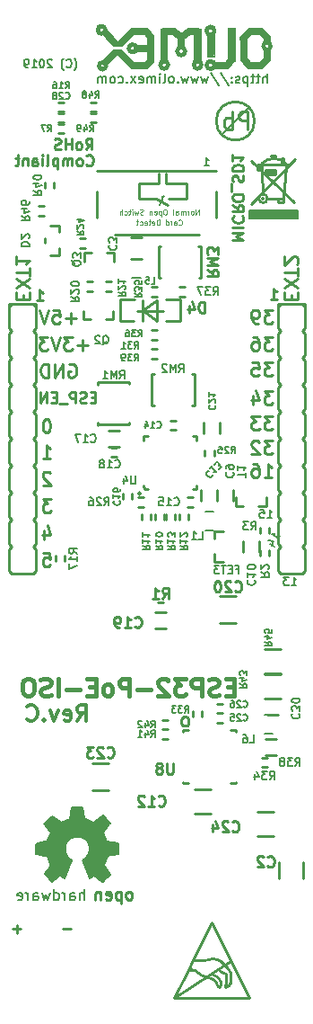
<source format=gbr>
G04 #@! TF.GenerationSoftware,KiCad,Pcbnew,6.0.0-unknown-d3777ea~100~ubuntu18.04.1*
G04 #@! TF.CreationDate,2019-05-24T15:58:07+03:00*
G04 #@! TF.ProjectId,ESP32-PoE-ISO_Rev_C,45535033-322d-4506-9f45-2d49534f5f52,C*
G04 #@! TF.SameCoordinates,Original*
G04 #@! TF.FileFunction,Legend,Bot*
G04 #@! TF.FilePolarity,Positive*
%FSLAX46Y46*%
G04 Gerber Fmt 4.6, Leading zero omitted, Abs format (unit mm)*
G04 Created by KiCad (PCBNEW 6.0.0-unknown-d3777ea~100~ubuntu18.04.1) date 2019-05-24 15:58:07*
%MOMM*%
%LPD*%
G04 APERTURE LIST*
%ADD10C,0.254000*%
%ADD11C,0.190500*%
%ADD12C,0.381000*%
%ADD13C,0.317500*%
%ADD14C,0.420000*%
%ADD15C,0.370000*%
%ADD16C,0.400000*%
%ADD17C,0.380000*%
%ADD18C,0.150000*%
%ADD19C,1.000000*%
%ADD20C,0.700000*%
%ADD21C,0.500000*%
%ADD22C,0.100000*%
%ADD23C,0.127000*%
%ADD24C,0.200000*%
%ADD25C,0.158750*%
%ADD26C,0.180000*%
%ADD27C,0.125000*%
G04 APERTURE END LIST*
D10*
X96018047Y-180793571D02*
X95243952Y-180793571D01*
X91319047Y-180793571D02*
X90544952Y-180793571D01*
X90932000Y-181180619D02*
X90932000Y-180406523D01*
X93423619Y-145354523D02*
X94028380Y-145354523D01*
X94088857Y-145959285D01*
X94028380Y-145898809D01*
X93907428Y-145838333D01*
X93605047Y-145838333D01*
X93484095Y-145898809D01*
X93423619Y-145959285D01*
X93363142Y-146080238D01*
X93363142Y-146382619D01*
X93423619Y-146503571D01*
X93484095Y-146564047D01*
X93605047Y-146624523D01*
X93907428Y-146624523D01*
X94028380Y-146564047D01*
X94088857Y-146503571D01*
X93484095Y-143237857D02*
X93484095Y-144084523D01*
X93786476Y-142754047D02*
X94088857Y-143661190D01*
X93302666Y-143661190D01*
X94149333Y-140274523D02*
X93363142Y-140274523D01*
X93786476Y-140758333D01*
X93605047Y-140758333D01*
X93484095Y-140818809D01*
X93423619Y-140879285D01*
X93363142Y-141000238D01*
X93363142Y-141302619D01*
X93423619Y-141423571D01*
X93484095Y-141484047D01*
X93605047Y-141544523D01*
X93967904Y-141544523D01*
X94088857Y-141484047D01*
X94149333Y-141423571D01*
X94088857Y-137855476D02*
X94028380Y-137795000D01*
X93907428Y-137734523D01*
X93605047Y-137734523D01*
X93484095Y-137795000D01*
X93423619Y-137855476D01*
X93363142Y-137976428D01*
X93363142Y-138097380D01*
X93423619Y-138278809D01*
X94149333Y-139004523D01*
X93363142Y-139004523D01*
X93363142Y-136464523D02*
X94088857Y-136464523D01*
X93726000Y-136464523D02*
X93726000Y-135194523D01*
X93846952Y-135375952D01*
X93967904Y-135496904D01*
X94088857Y-135557380D01*
X93786476Y-132781523D02*
X93665523Y-132781523D01*
X93544571Y-132842000D01*
X93484095Y-132902476D01*
X93423619Y-133023428D01*
X93363142Y-133265333D01*
X93363142Y-133567714D01*
X93423619Y-133809619D01*
X93484095Y-133930571D01*
X93544571Y-133991047D01*
X93665523Y-134051523D01*
X93786476Y-134051523D01*
X93907428Y-133991047D01*
X93967904Y-133930571D01*
X94028380Y-133809619D01*
X94088857Y-133567714D01*
X94088857Y-133265333D01*
X94028380Y-133023428D01*
X93967904Y-132902476D01*
X93907428Y-132842000D01*
X93786476Y-132781523D01*
X98346380Y-130737428D02*
X98007714Y-130737428D01*
X97862571Y-131269619D02*
X98346380Y-131269619D01*
X98346380Y-130253619D01*
X97862571Y-130253619D01*
X97475523Y-131221238D02*
X97330380Y-131269619D01*
X97088476Y-131269619D01*
X96991714Y-131221238D01*
X96943333Y-131172857D01*
X96894952Y-131076095D01*
X96894952Y-130979333D01*
X96943333Y-130882571D01*
X96991714Y-130834190D01*
X97088476Y-130785809D01*
X97282000Y-130737428D01*
X97378761Y-130689047D01*
X97427142Y-130640666D01*
X97475523Y-130543904D01*
X97475523Y-130447142D01*
X97427142Y-130350380D01*
X97378761Y-130302000D01*
X97282000Y-130253619D01*
X97040095Y-130253619D01*
X96894952Y-130302000D01*
X96459523Y-131269619D02*
X96459523Y-130253619D01*
X96072476Y-130253619D01*
X95975714Y-130302000D01*
X95927333Y-130350380D01*
X95878952Y-130447142D01*
X95878952Y-130592285D01*
X95927333Y-130689047D01*
X95975714Y-130737428D01*
X96072476Y-130785809D01*
X96459523Y-130785809D01*
X95685428Y-131366380D02*
X94911333Y-131366380D01*
X94669428Y-130737428D02*
X94330761Y-130737428D01*
X94185619Y-131269619D02*
X94669428Y-131269619D01*
X94669428Y-130253619D01*
X94185619Y-130253619D01*
X93750190Y-131269619D02*
X93750190Y-130253619D01*
X93169619Y-131269619D01*
X93169619Y-130253619D01*
X95836619Y-127635000D02*
X95957571Y-127574523D01*
X96139000Y-127574523D01*
X96320428Y-127635000D01*
X96441380Y-127755952D01*
X96501857Y-127876904D01*
X96562333Y-128118809D01*
X96562333Y-128300238D01*
X96501857Y-128542142D01*
X96441380Y-128663095D01*
X96320428Y-128784047D01*
X96139000Y-128844523D01*
X96018047Y-128844523D01*
X95836619Y-128784047D01*
X95776142Y-128723571D01*
X95776142Y-128300238D01*
X96018047Y-128300238D01*
X95231857Y-128844523D02*
X95231857Y-127574523D01*
X94506142Y-128844523D01*
X94506142Y-127574523D01*
X93901380Y-128844523D02*
X93901380Y-127574523D01*
X93599000Y-127574523D01*
X93417571Y-127635000D01*
X93296619Y-127755952D01*
X93236142Y-127876904D01*
X93175666Y-128118809D01*
X93175666Y-128300238D01*
X93236142Y-128542142D01*
X93296619Y-128663095D01*
X93417571Y-128784047D01*
X93599000Y-128844523D01*
X93901380Y-128844523D01*
X97614619Y-125820714D02*
X96647000Y-125820714D01*
X97130809Y-126304523D02*
X97130809Y-125336904D01*
X96163190Y-125034523D02*
X95377000Y-125034523D01*
X95800333Y-125518333D01*
X95618904Y-125518333D01*
X95497952Y-125578809D01*
X95437476Y-125639285D01*
X95377000Y-125760238D01*
X95377000Y-126062619D01*
X95437476Y-126183571D01*
X95497952Y-126244047D01*
X95618904Y-126304523D01*
X95981761Y-126304523D01*
X96102714Y-126244047D01*
X96163190Y-126183571D01*
X95014142Y-125034523D02*
X94590809Y-126304523D01*
X94167476Y-125034523D01*
X93865095Y-125034523D02*
X93078904Y-125034523D01*
X93502238Y-125518333D01*
X93320809Y-125518333D01*
X93199857Y-125578809D01*
X93139380Y-125639285D01*
X93078904Y-125760238D01*
X93078904Y-126062619D01*
X93139380Y-126183571D01*
X93199857Y-126244047D01*
X93320809Y-126304523D01*
X93683666Y-126304523D01*
X93804619Y-126244047D01*
X93865095Y-126183571D01*
X96501857Y-123280714D02*
X95534238Y-123280714D01*
X96018047Y-123764523D02*
X96018047Y-122796904D01*
X94324714Y-122494523D02*
X94929476Y-122494523D01*
X94989952Y-123099285D01*
X94929476Y-123038809D01*
X94808523Y-122978333D01*
X94506142Y-122978333D01*
X94385190Y-123038809D01*
X94324714Y-123099285D01*
X94264238Y-123220238D01*
X94264238Y-123522619D01*
X94324714Y-123643571D01*
X94385190Y-123704047D01*
X94506142Y-123764523D01*
X94808523Y-123764523D01*
X94929476Y-123704047D01*
X94989952Y-123643571D01*
X93901380Y-122494523D02*
X93478047Y-123764523D01*
X93054714Y-122494523D01*
D11*
X116858142Y-148426714D02*
X117293571Y-148426714D01*
X117075857Y-148426714D02*
X117075857Y-147664714D01*
X117148428Y-147773571D01*
X117221000Y-147846142D01*
X117293571Y-147882428D01*
X116604142Y-147664714D02*
X116132428Y-147664714D01*
X116386428Y-147955000D01*
X116277571Y-147955000D01*
X116205000Y-147991285D01*
X116168714Y-148027571D01*
X116132428Y-148100142D01*
X116132428Y-148281571D01*
X116168714Y-148354142D01*
X116205000Y-148390428D01*
X116277571Y-148426714D01*
X116495285Y-148426714D01*
X116567857Y-148390428D01*
X116604142Y-148354142D01*
X115560102Y-144191659D02*
X115777817Y-143814567D01*
X115668959Y-144003113D02*
X115009048Y-143622113D01*
X115139607Y-143613693D01*
X115238741Y-143587130D01*
X115306451Y-143542424D01*
X114793590Y-144503298D02*
X115233531Y-144757298D01*
X114632909Y-144201033D02*
X115194989Y-144316054D01*
X114959132Y-144724571D01*
X114572142Y-142076714D02*
X115007571Y-142076714D01*
X114789857Y-142076714D02*
X114789857Y-141314714D01*
X114862428Y-141423571D01*
X114935000Y-141496142D01*
X115007571Y-141532428D01*
X113882714Y-141314714D02*
X114245571Y-141314714D01*
X114281857Y-141677571D01*
X114245571Y-141641285D01*
X114173000Y-141605000D01*
X113991571Y-141605000D01*
X113919000Y-141641285D01*
X113882714Y-141677571D01*
X113846428Y-141750142D01*
X113846428Y-141931571D01*
X113882714Y-142004142D01*
X113919000Y-142040428D01*
X113991571Y-142076714D01*
X114173000Y-142076714D01*
X114245571Y-142040428D01*
X114281857Y-142004142D01*
D10*
X114287904Y-138242523D02*
X115013619Y-138242523D01*
X114650761Y-138242523D02*
X114650761Y-136972523D01*
X114771714Y-137153952D01*
X114892666Y-137274904D01*
X115013619Y-137335380D01*
X113199333Y-136972523D02*
X113441238Y-136972523D01*
X113562190Y-137033000D01*
X113622666Y-137093476D01*
X113743619Y-137274904D01*
X113804095Y-137516809D01*
X113804095Y-138000619D01*
X113743619Y-138121571D01*
X113683142Y-138182047D01*
X113562190Y-138242523D01*
X113320285Y-138242523D01*
X113199333Y-138182047D01*
X113138857Y-138121571D01*
X113078380Y-138000619D01*
X113078380Y-137698238D01*
X113138857Y-137577285D01*
X113199333Y-137516809D01*
X113320285Y-137456333D01*
X113562190Y-137456333D01*
X113683142Y-137516809D01*
X113743619Y-137577285D01*
X113804095Y-137698238D01*
X115074095Y-134813523D02*
X114287904Y-134813523D01*
X114711238Y-135297333D01*
X114529809Y-135297333D01*
X114408857Y-135357809D01*
X114348380Y-135418285D01*
X114287904Y-135539238D01*
X114287904Y-135841619D01*
X114348380Y-135962571D01*
X114408857Y-136023047D01*
X114529809Y-136083523D01*
X114892666Y-136083523D01*
X115013619Y-136023047D01*
X115074095Y-135962571D01*
X113804095Y-134934476D02*
X113743619Y-134874000D01*
X113622666Y-134813523D01*
X113320285Y-134813523D01*
X113199333Y-134874000D01*
X113138857Y-134934476D01*
X113078380Y-135055428D01*
X113078380Y-135176380D01*
X113138857Y-135357809D01*
X113864571Y-136083523D01*
X113078380Y-136083523D01*
X115074095Y-132527523D02*
X114287904Y-132527523D01*
X114711238Y-133011333D01*
X114529809Y-133011333D01*
X114408857Y-133071809D01*
X114348380Y-133132285D01*
X114287904Y-133253238D01*
X114287904Y-133555619D01*
X114348380Y-133676571D01*
X114408857Y-133737047D01*
X114529809Y-133797523D01*
X114892666Y-133797523D01*
X115013619Y-133737047D01*
X115074095Y-133676571D01*
X113864571Y-132527523D02*
X113078380Y-132527523D01*
X113501714Y-133011333D01*
X113320285Y-133011333D01*
X113199333Y-133071809D01*
X113138857Y-133132285D01*
X113078380Y-133253238D01*
X113078380Y-133555619D01*
X113138857Y-133676571D01*
X113199333Y-133737047D01*
X113320285Y-133797523D01*
X113683142Y-133797523D01*
X113804095Y-133737047D01*
X113864571Y-133676571D01*
X115074095Y-130114523D02*
X114287904Y-130114523D01*
X114711238Y-130598333D01*
X114529809Y-130598333D01*
X114408857Y-130658809D01*
X114348380Y-130719285D01*
X114287904Y-130840238D01*
X114287904Y-131142619D01*
X114348380Y-131263571D01*
X114408857Y-131324047D01*
X114529809Y-131384523D01*
X114892666Y-131384523D01*
X115013619Y-131324047D01*
X115074095Y-131263571D01*
X113199333Y-130537857D02*
X113199333Y-131384523D01*
X113501714Y-130054047D02*
X113804095Y-130961190D01*
X113017904Y-130961190D01*
X115074095Y-127447523D02*
X114287904Y-127447523D01*
X114711238Y-127931333D01*
X114529809Y-127931333D01*
X114408857Y-127991809D01*
X114348380Y-128052285D01*
X114287904Y-128173238D01*
X114287904Y-128475619D01*
X114348380Y-128596571D01*
X114408857Y-128657047D01*
X114529809Y-128717523D01*
X114892666Y-128717523D01*
X115013619Y-128657047D01*
X115074095Y-128596571D01*
X113138857Y-127447523D02*
X113743619Y-127447523D01*
X113804095Y-128052285D01*
X113743619Y-127991809D01*
X113622666Y-127931333D01*
X113320285Y-127931333D01*
X113199333Y-127991809D01*
X113138857Y-128052285D01*
X113078380Y-128173238D01*
X113078380Y-128475619D01*
X113138857Y-128596571D01*
X113199333Y-128657047D01*
X113320285Y-128717523D01*
X113622666Y-128717523D01*
X113743619Y-128657047D01*
X113804095Y-128596571D01*
X115074095Y-125034523D02*
X114287904Y-125034523D01*
X114711238Y-125518333D01*
X114529809Y-125518333D01*
X114408857Y-125578809D01*
X114348380Y-125639285D01*
X114287904Y-125760238D01*
X114287904Y-126062619D01*
X114348380Y-126183571D01*
X114408857Y-126244047D01*
X114529809Y-126304523D01*
X114892666Y-126304523D01*
X115013619Y-126244047D01*
X115074095Y-126183571D01*
X113199333Y-125034523D02*
X113441238Y-125034523D01*
X113562190Y-125095000D01*
X113622666Y-125155476D01*
X113743619Y-125336904D01*
X113804095Y-125578809D01*
X113804095Y-126062619D01*
X113743619Y-126183571D01*
X113683142Y-126244047D01*
X113562190Y-126304523D01*
X113320285Y-126304523D01*
X113199333Y-126244047D01*
X113138857Y-126183571D01*
X113078380Y-126062619D01*
X113078380Y-125760238D01*
X113138857Y-125639285D01*
X113199333Y-125578809D01*
X113320285Y-125518333D01*
X113562190Y-125518333D01*
X113683142Y-125578809D01*
X113743619Y-125639285D01*
X113804095Y-125760238D01*
X115074095Y-122494523D02*
X114287904Y-122494523D01*
X114711238Y-122978333D01*
X114529809Y-122978333D01*
X114408857Y-123038809D01*
X114348380Y-123099285D01*
X114287904Y-123220238D01*
X114287904Y-123522619D01*
X114348380Y-123643571D01*
X114408857Y-123704047D01*
X114529809Y-123764523D01*
X114892666Y-123764523D01*
X115013619Y-123704047D01*
X115074095Y-123643571D01*
X113683142Y-123764523D02*
X113441238Y-123764523D01*
X113320285Y-123704047D01*
X113259809Y-123643571D01*
X113138857Y-123462142D01*
X113078380Y-123220238D01*
X113078380Y-122736428D01*
X113138857Y-122615476D01*
X113199333Y-122555000D01*
X113320285Y-122494523D01*
X113562190Y-122494523D01*
X113683142Y-122555000D01*
X113743619Y-122615476D01*
X113804095Y-122736428D01*
X113804095Y-123038809D01*
X113743619Y-123159761D01*
X113683142Y-123220238D01*
X113562190Y-123280714D01*
X113320285Y-123280714D01*
X113199333Y-123220238D01*
X113138857Y-123159761D01*
X113078380Y-123038809D01*
D11*
X108621285Y-108929714D02*
X109056714Y-108929714D01*
X108839000Y-108929714D02*
X108839000Y-108167714D01*
X108911571Y-108276571D01*
X108984142Y-108349142D01*
X109056714Y-108385428D01*
D10*
X97487619Y-108820857D02*
X97536000Y-108869238D01*
X97681142Y-108917619D01*
X97777904Y-108917619D01*
X97923047Y-108869238D01*
X98019809Y-108772476D01*
X98068190Y-108675714D01*
X98116571Y-108482190D01*
X98116571Y-108337047D01*
X98068190Y-108143523D01*
X98019809Y-108046761D01*
X97923047Y-107950000D01*
X97777904Y-107901619D01*
X97681142Y-107901619D01*
X97536000Y-107950000D01*
X97487619Y-107998380D01*
X96907047Y-108917619D02*
X97003809Y-108869238D01*
X97052190Y-108820857D01*
X97100571Y-108724095D01*
X97100571Y-108433809D01*
X97052190Y-108337047D01*
X97003809Y-108288666D01*
X96907047Y-108240285D01*
X96761904Y-108240285D01*
X96665142Y-108288666D01*
X96616761Y-108337047D01*
X96568380Y-108433809D01*
X96568380Y-108724095D01*
X96616761Y-108820857D01*
X96665142Y-108869238D01*
X96761904Y-108917619D01*
X96907047Y-108917619D01*
X96132952Y-108917619D02*
X96132952Y-108240285D01*
X96132952Y-108337047D02*
X96084571Y-108288666D01*
X95987809Y-108240285D01*
X95842666Y-108240285D01*
X95745904Y-108288666D01*
X95697523Y-108385428D01*
X95697523Y-108917619D01*
X95697523Y-108385428D02*
X95649142Y-108288666D01*
X95552380Y-108240285D01*
X95407238Y-108240285D01*
X95310476Y-108288666D01*
X95262095Y-108385428D01*
X95262095Y-108917619D01*
X94778285Y-108240285D02*
X94778285Y-109256285D01*
X94778285Y-108288666D02*
X94681523Y-108240285D01*
X94488000Y-108240285D01*
X94391238Y-108288666D01*
X94342857Y-108337047D01*
X94294476Y-108433809D01*
X94294476Y-108724095D01*
X94342857Y-108820857D01*
X94391238Y-108869238D01*
X94488000Y-108917619D01*
X94681523Y-108917619D01*
X94778285Y-108869238D01*
X93713904Y-108917619D02*
X93810666Y-108869238D01*
X93859047Y-108772476D01*
X93859047Y-107901619D01*
X93326857Y-108917619D02*
X93326857Y-108240285D01*
X93326857Y-107901619D02*
X93375238Y-107950000D01*
X93326857Y-107998380D01*
X93278476Y-107950000D01*
X93326857Y-107901619D01*
X93326857Y-107998380D01*
X92407619Y-108917619D02*
X92407619Y-108385428D01*
X92456000Y-108288666D01*
X92552761Y-108240285D01*
X92746285Y-108240285D01*
X92843047Y-108288666D01*
X92407619Y-108869238D02*
X92504380Y-108917619D01*
X92746285Y-108917619D01*
X92843047Y-108869238D01*
X92891428Y-108772476D01*
X92891428Y-108675714D01*
X92843047Y-108578952D01*
X92746285Y-108530571D01*
X92504380Y-108530571D01*
X92407619Y-108482190D01*
X91923809Y-108240285D02*
X91923809Y-108917619D01*
X91923809Y-108337047D02*
X91875428Y-108288666D01*
X91778666Y-108240285D01*
X91633523Y-108240285D01*
X91536761Y-108288666D01*
X91488380Y-108385428D01*
X91488380Y-108917619D01*
X91149714Y-108240285D02*
X90762666Y-108240285D01*
X91004571Y-107901619D02*
X91004571Y-108772476D01*
X90956190Y-108869238D01*
X90859428Y-108917619D01*
X90762666Y-108917619D01*
X97427142Y-107393619D02*
X97765809Y-106909809D01*
X98007714Y-107393619D02*
X98007714Y-106377619D01*
X97620666Y-106377619D01*
X97523904Y-106426000D01*
X97475523Y-106474380D01*
X97427142Y-106571142D01*
X97427142Y-106716285D01*
X97475523Y-106813047D01*
X97523904Y-106861428D01*
X97620666Y-106909809D01*
X98007714Y-106909809D01*
X96846571Y-107393619D02*
X96943333Y-107345238D01*
X96991714Y-107296857D01*
X97040095Y-107200095D01*
X97040095Y-106909809D01*
X96991714Y-106813047D01*
X96943333Y-106764666D01*
X96846571Y-106716285D01*
X96701428Y-106716285D01*
X96604666Y-106764666D01*
X96556285Y-106813047D01*
X96507904Y-106909809D01*
X96507904Y-107200095D01*
X96556285Y-107296857D01*
X96604666Y-107345238D01*
X96701428Y-107393619D01*
X96846571Y-107393619D01*
X96072476Y-107393619D02*
X96072476Y-106377619D01*
X96072476Y-106861428D02*
X95491904Y-106861428D01*
X95491904Y-107393619D02*
X95491904Y-106377619D01*
X95056476Y-107345238D02*
X94911333Y-107393619D01*
X94669428Y-107393619D01*
X94572666Y-107345238D01*
X94524285Y-107296857D01*
X94475904Y-107200095D01*
X94475904Y-107103333D01*
X94524285Y-107006571D01*
X94572666Y-106958190D01*
X94669428Y-106909809D01*
X94862952Y-106861428D01*
X94959714Y-106813047D01*
X95008095Y-106764666D01*
X95056476Y-106667904D01*
X95056476Y-106571142D01*
X95008095Y-106474380D01*
X94959714Y-106426000D01*
X94862952Y-106377619D01*
X94621047Y-106377619D01*
X94475904Y-106426000D01*
X114898714Y-121490619D02*
X115479285Y-121490619D01*
X115189000Y-121490619D02*
X115189000Y-120474619D01*
X115285761Y-120619761D01*
X115382523Y-120716523D01*
X115479285Y-120764904D01*
X92800714Y-121617619D02*
X93381285Y-121617619D01*
X93091000Y-121617619D02*
X93091000Y-120601619D01*
X93187761Y-120746761D01*
X93284523Y-120843523D01*
X93381285Y-120891904D01*
D12*
X111418309Y-157997071D02*
X110867976Y-157997071D01*
X110632119Y-158861880D02*
X111418309Y-158861880D01*
X111418309Y-157210880D01*
X110632119Y-157210880D01*
X110003166Y-158783261D02*
X109767309Y-158861880D01*
X109374214Y-158861880D01*
X109216976Y-158783261D01*
X109138357Y-158704642D01*
X109059738Y-158547404D01*
X109059738Y-158390166D01*
X109138357Y-158232928D01*
X109216976Y-158154309D01*
X109374214Y-158075690D01*
X109688690Y-157997071D01*
X109845928Y-157918452D01*
X109924547Y-157839833D01*
X110003166Y-157682595D01*
X110003166Y-157525357D01*
X109924547Y-157368119D01*
X109845928Y-157289500D01*
X109688690Y-157210880D01*
X109295595Y-157210880D01*
X109059738Y-157289500D01*
X108352166Y-158861880D02*
X108352166Y-157210880D01*
X107723214Y-157210880D01*
X107565976Y-157289500D01*
X107487357Y-157368119D01*
X107408738Y-157525357D01*
X107408738Y-157761214D01*
X107487357Y-157918452D01*
X107565976Y-157997071D01*
X107723214Y-158075690D01*
X108352166Y-158075690D01*
X106858404Y-157210880D02*
X105836357Y-157210880D01*
X106386690Y-157839833D01*
X106150833Y-157839833D01*
X105993595Y-157918452D01*
X105914976Y-157997071D01*
X105836357Y-158154309D01*
X105836357Y-158547404D01*
X105914976Y-158704642D01*
X105993595Y-158783261D01*
X106150833Y-158861880D01*
X106622547Y-158861880D01*
X106779785Y-158783261D01*
X106858404Y-158704642D01*
X105207404Y-157368119D02*
X105128785Y-157289500D01*
X104971547Y-157210880D01*
X104578452Y-157210880D01*
X104421214Y-157289500D01*
X104342595Y-157368119D01*
X104263976Y-157525357D01*
X104263976Y-157682595D01*
X104342595Y-157918452D01*
X105286023Y-158861880D01*
X104263976Y-158861880D01*
X103556404Y-158232928D02*
X102298500Y-158232928D01*
X101512309Y-158861880D02*
X101512309Y-157210880D01*
X100883357Y-157210880D01*
X100726119Y-157289500D01*
X100647500Y-157368119D01*
X100568880Y-157525357D01*
X100568880Y-157761214D01*
X100647500Y-157918452D01*
X100726119Y-157997071D01*
X100883357Y-158075690D01*
X101512309Y-158075690D01*
X99625452Y-158861880D02*
X99782690Y-158783261D01*
X99861309Y-158704642D01*
X99939928Y-158547404D01*
X99939928Y-158075690D01*
X99861309Y-157918452D01*
X99782690Y-157839833D01*
X99625452Y-157761214D01*
X99389595Y-157761214D01*
X99232357Y-157839833D01*
X99153738Y-157918452D01*
X99075119Y-158075690D01*
X99075119Y-158547404D01*
X99153738Y-158704642D01*
X99232357Y-158783261D01*
X99389595Y-158861880D01*
X99625452Y-158861880D01*
X98367547Y-157997071D02*
X97817214Y-157997071D01*
X97581357Y-158861880D02*
X98367547Y-158861880D01*
X98367547Y-157210880D01*
X97581357Y-157210880D01*
X96873785Y-158232928D02*
X95615880Y-158232928D01*
X94829690Y-158861880D02*
X94829690Y-157210880D01*
X94122119Y-158783261D02*
X93886261Y-158861880D01*
X93493166Y-158861880D01*
X93335928Y-158783261D01*
X93257309Y-158704642D01*
X93178690Y-158547404D01*
X93178690Y-158390166D01*
X93257309Y-158232928D01*
X93335928Y-158154309D01*
X93493166Y-158075690D01*
X93807642Y-157997071D01*
X93964880Y-157918452D01*
X94043500Y-157839833D01*
X94122119Y-157682595D01*
X94122119Y-157525357D01*
X94043500Y-157368119D01*
X93964880Y-157289500D01*
X93807642Y-157210880D01*
X93414547Y-157210880D01*
X93178690Y-157289500D01*
X92156642Y-157210880D02*
X91842166Y-157210880D01*
X91684928Y-157289500D01*
X91527690Y-157446738D01*
X91449071Y-157761214D01*
X91449071Y-158311547D01*
X91527690Y-158626023D01*
X91684928Y-158783261D01*
X91842166Y-158861880D01*
X92156642Y-158861880D01*
X92313880Y-158783261D01*
X92471119Y-158626023D01*
X92549738Y-158311547D01*
X92549738Y-157761214D01*
X92471119Y-157446738D01*
X92313880Y-157289500D01*
X92156642Y-157210880D01*
D13*
X96628857Y-161217428D02*
X97136857Y-160491714D01*
X97499714Y-161217428D02*
X97499714Y-159693428D01*
X96919142Y-159693428D01*
X96774000Y-159766000D01*
X96701428Y-159838571D01*
X96628857Y-159983714D01*
X96628857Y-160201428D01*
X96701428Y-160346571D01*
X96774000Y-160419142D01*
X96919142Y-160491714D01*
X97499714Y-160491714D01*
X95395142Y-161144857D02*
X95540285Y-161217428D01*
X95830571Y-161217428D01*
X95975714Y-161144857D01*
X96048285Y-160999714D01*
X96048285Y-160419142D01*
X95975714Y-160274000D01*
X95830571Y-160201428D01*
X95540285Y-160201428D01*
X95395142Y-160274000D01*
X95322571Y-160419142D01*
X95322571Y-160564285D01*
X96048285Y-160709428D01*
X94814571Y-160201428D02*
X94451714Y-161217428D01*
X94088857Y-160201428D01*
X93508285Y-161072285D02*
X93435714Y-161144857D01*
X93508285Y-161217428D01*
X93580857Y-161144857D01*
X93508285Y-161072285D01*
X93508285Y-161217428D01*
X91911714Y-161072285D02*
X91984285Y-161144857D01*
X92202000Y-161217428D01*
X92347142Y-161217428D01*
X92564857Y-161144857D01*
X92710000Y-160999714D01*
X92782571Y-160854571D01*
X92855142Y-160564285D01*
X92855142Y-160346571D01*
X92782571Y-160056285D01*
X92710000Y-159911142D01*
X92564857Y-159766000D01*
X92347142Y-159693428D01*
X92202000Y-159693428D01*
X91984285Y-159766000D01*
X91911714Y-159838571D01*
D11*
X96338571Y-99949000D02*
X96374857Y-99912714D01*
X96447428Y-99803857D01*
X96483714Y-99731285D01*
X96520000Y-99622428D01*
X96556285Y-99441000D01*
X96556285Y-99295857D01*
X96520000Y-99114428D01*
X96483714Y-99005571D01*
X96447428Y-98933000D01*
X96374857Y-98824142D01*
X96338571Y-98787857D01*
X95612857Y-99586142D02*
X95649142Y-99622428D01*
X95758000Y-99658714D01*
X95830571Y-99658714D01*
X95939428Y-99622428D01*
X96012000Y-99549857D01*
X96048285Y-99477285D01*
X96084571Y-99332142D01*
X96084571Y-99223285D01*
X96048285Y-99078142D01*
X96012000Y-99005571D01*
X95939428Y-98933000D01*
X95830571Y-98896714D01*
X95758000Y-98896714D01*
X95649142Y-98933000D01*
X95612857Y-98969285D01*
X95358857Y-99949000D02*
X95322571Y-99912714D01*
X95250000Y-99803857D01*
X95213714Y-99731285D01*
X95177428Y-99622428D01*
X95141142Y-99441000D01*
X95141142Y-99295857D01*
X95177428Y-99114428D01*
X95213714Y-99005571D01*
X95250000Y-98933000D01*
X95322571Y-98824142D01*
X95358857Y-98787857D01*
X94234000Y-98969285D02*
X94197714Y-98933000D01*
X94125142Y-98896714D01*
X93943714Y-98896714D01*
X93871142Y-98933000D01*
X93834857Y-98969285D01*
X93798571Y-99041857D01*
X93798571Y-99114428D01*
X93834857Y-99223285D01*
X94270285Y-99658714D01*
X93798571Y-99658714D01*
X93326857Y-98896714D02*
X93254285Y-98896714D01*
X93181714Y-98933000D01*
X93145428Y-98969285D01*
X93109142Y-99041857D01*
X93072857Y-99187000D01*
X93072857Y-99368428D01*
X93109142Y-99513571D01*
X93145428Y-99586142D01*
X93181714Y-99622428D01*
X93254285Y-99658714D01*
X93326857Y-99658714D01*
X93399428Y-99622428D01*
X93435714Y-99586142D01*
X93472000Y-99513571D01*
X93508285Y-99368428D01*
X93508285Y-99187000D01*
X93472000Y-99041857D01*
X93435714Y-98969285D01*
X93399428Y-98933000D01*
X93326857Y-98896714D01*
X92347142Y-99658714D02*
X92782571Y-99658714D01*
X92564857Y-99658714D02*
X92564857Y-98896714D01*
X92637428Y-99005571D01*
X92710000Y-99078142D01*
X92782571Y-99114428D01*
X91984285Y-99658714D02*
X91839142Y-99658714D01*
X91766571Y-99622428D01*
X91730285Y-99586142D01*
X91657714Y-99477285D01*
X91621428Y-99332142D01*
X91621428Y-99041857D01*
X91657714Y-98969285D01*
X91694000Y-98933000D01*
X91766571Y-98896714D01*
X91911714Y-98896714D01*
X91984285Y-98933000D01*
X92020571Y-98969285D01*
X92056857Y-99041857D01*
X92056857Y-99223285D01*
X92020571Y-99295857D01*
X91984285Y-99332142D01*
X91911714Y-99368428D01*
X91766571Y-99368428D01*
X91694000Y-99332142D01*
X91657714Y-99295857D01*
X91621428Y-99223285D01*
X114532833Y-101113166D02*
X114532833Y-100224166D01*
X114151833Y-101113166D02*
X114151833Y-100647500D01*
X114194166Y-100562833D01*
X114278833Y-100520500D01*
X114405833Y-100520500D01*
X114490500Y-100562833D01*
X114532833Y-100605166D01*
X113855500Y-100520500D02*
X113516833Y-100520500D01*
X113728500Y-100224166D02*
X113728500Y-100986166D01*
X113686166Y-101070833D01*
X113601500Y-101113166D01*
X113516833Y-101113166D01*
X113347500Y-100520500D02*
X113008833Y-100520500D01*
X113220500Y-100224166D02*
X113220500Y-100986166D01*
X113178166Y-101070833D01*
X113093500Y-101113166D01*
X113008833Y-101113166D01*
X112712500Y-100520500D02*
X112712500Y-101409500D01*
X112712500Y-100562833D02*
X112627833Y-100520500D01*
X112458500Y-100520500D01*
X112373833Y-100562833D01*
X112331500Y-100605166D01*
X112289166Y-100689833D01*
X112289166Y-100943833D01*
X112331500Y-101028500D01*
X112373833Y-101070833D01*
X112458500Y-101113166D01*
X112627833Y-101113166D01*
X112712500Y-101070833D01*
X111950500Y-101070833D02*
X111865833Y-101113166D01*
X111696500Y-101113166D01*
X111611833Y-101070833D01*
X111569500Y-100986166D01*
X111569500Y-100943833D01*
X111611833Y-100859166D01*
X111696500Y-100816833D01*
X111823500Y-100816833D01*
X111908166Y-100774500D01*
X111950500Y-100689833D01*
X111950500Y-100647500D01*
X111908166Y-100562833D01*
X111823500Y-100520500D01*
X111696500Y-100520500D01*
X111611833Y-100562833D01*
X111188500Y-101028500D02*
X111146166Y-101070833D01*
X111188500Y-101113166D01*
X111230833Y-101070833D01*
X111188500Y-101028500D01*
X111188500Y-101113166D01*
X111188500Y-100562833D02*
X111146166Y-100605166D01*
X111188500Y-100647500D01*
X111230833Y-100605166D01*
X111188500Y-100562833D01*
X111188500Y-100647500D01*
X110130166Y-100181833D02*
X110892166Y-101324833D01*
X109198833Y-100181833D02*
X109960833Y-101324833D01*
X108987166Y-100520500D02*
X108817833Y-101113166D01*
X108648500Y-100689833D01*
X108479166Y-101113166D01*
X108309833Y-100520500D01*
X108055833Y-100520500D02*
X107886500Y-101113166D01*
X107717166Y-100689833D01*
X107547833Y-101113166D01*
X107378500Y-100520500D01*
X107124500Y-100520500D02*
X106955166Y-101113166D01*
X106785833Y-100689833D01*
X106616500Y-101113166D01*
X106447166Y-100520500D01*
X106108500Y-101028500D02*
X106066166Y-101070833D01*
X106108500Y-101113166D01*
X106150833Y-101070833D01*
X106108500Y-101028500D01*
X106108500Y-101113166D01*
X105558166Y-101113166D02*
X105642833Y-101070833D01*
X105685166Y-101028500D01*
X105727500Y-100943833D01*
X105727500Y-100689833D01*
X105685166Y-100605166D01*
X105642833Y-100562833D01*
X105558166Y-100520500D01*
X105431166Y-100520500D01*
X105346500Y-100562833D01*
X105304166Y-100605166D01*
X105261833Y-100689833D01*
X105261833Y-100943833D01*
X105304166Y-101028500D01*
X105346500Y-101070833D01*
X105431166Y-101113166D01*
X105558166Y-101113166D01*
X104753833Y-101113166D02*
X104838500Y-101070833D01*
X104880833Y-100986166D01*
X104880833Y-100224166D01*
X104415166Y-101113166D02*
X104415166Y-100520500D01*
X104415166Y-100224166D02*
X104457500Y-100266500D01*
X104415166Y-100308833D01*
X104372833Y-100266500D01*
X104415166Y-100224166D01*
X104415166Y-100308833D01*
X103991833Y-101113166D02*
X103991833Y-100520500D01*
X103991833Y-100605166D02*
X103949500Y-100562833D01*
X103864833Y-100520500D01*
X103737833Y-100520500D01*
X103653166Y-100562833D01*
X103610833Y-100647500D01*
X103610833Y-101113166D01*
X103610833Y-100647500D02*
X103568500Y-100562833D01*
X103483833Y-100520500D01*
X103356833Y-100520500D01*
X103272166Y-100562833D01*
X103229833Y-100647500D01*
X103229833Y-101113166D01*
X102467833Y-101070833D02*
X102552500Y-101113166D01*
X102721833Y-101113166D01*
X102806500Y-101070833D01*
X102848833Y-100986166D01*
X102848833Y-100647500D01*
X102806500Y-100562833D01*
X102721833Y-100520500D01*
X102552500Y-100520500D01*
X102467833Y-100562833D01*
X102425500Y-100647500D01*
X102425500Y-100732166D01*
X102848833Y-100816833D01*
X102129166Y-101113166D02*
X101663500Y-100520500D01*
X102129166Y-100520500D02*
X101663500Y-101113166D01*
X101324833Y-101028500D02*
X101282500Y-101070833D01*
X101324833Y-101113166D01*
X101367166Y-101070833D01*
X101324833Y-101028500D01*
X101324833Y-101113166D01*
X100520500Y-101070833D02*
X100605166Y-101113166D01*
X100774500Y-101113166D01*
X100859166Y-101070833D01*
X100901500Y-101028500D01*
X100943833Y-100943833D01*
X100943833Y-100689833D01*
X100901500Y-100605166D01*
X100859166Y-100562833D01*
X100774500Y-100520500D01*
X100605166Y-100520500D01*
X100520500Y-100562833D01*
X100012500Y-101113166D02*
X100097166Y-101070833D01*
X100139500Y-101028500D01*
X100181833Y-100943833D01*
X100181833Y-100689833D01*
X100139500Y-100605166D01*
X100097166Y-100562833D01*
X100012500Y-100520500D01*
X99885500Y-100520500D01*
X99800833Y-100562833D01*
X99758500Y-100605166D01*
X99716166Y-100689833D01*
X99716166Y-100943833D01*
X99758500Y-101028500D01*
X99800833Y-101070833D01*
X99885500Y-101113166D01*
X100012500Y-101113166D01*
X99335166Y-101113166D02*
X99335166Y-100520500D01*
X99335166Y-100605166D02*
X99292833Y-100562833D01*
X99208166Y-100520500D01*
X99081166Y-100520500D01*
X98996500Y-100562833D01*
X98954166Y-100647500D01*
X98954166Y-101113166D01*
X98954166Y-100647500D02*
X98911833Y-100562833D01*
X98827166Y-100520500D01*
X98700166Y-100520500D01*
X98615500Y-100562833D01*
X98573166Y-100647500D01*
X98573166Y-101113166D01*
D10*
X98171000Y-103822500D02*
X98425000Y-103822500D01*
X98171000Y-103822500D02*
X97917000Y-103822500D01*
X98171000Y-102933500D02*
X97917000Y-102933500D01*
X98171000Y-102933500D02*
X98425000Y-102933500D01*
X99568000Y-167767000D02*
X98044000Y-167767000D01*
X99568000Y-165227000D02*
X98044000Y-165227000D01*
X111633000Y-152019000D02*
X110109000Y-152019000D01*
X111633000Y-149479000D02*
X110109000Y-149479000D01*
X111577000Y-162092000D02*
X111577000Y-162192000D01*
X111577000Y-166992000D02*
X111577000Y-167092000D01*
X111577000Y-167092000D02*
X111077000Y-167092000D01*
X107077000Y-167092000D02*
X106577000Y-167092000D01*
X106577000Y-167092000D02*
X106577000Y-166992000D01*
X106577000Y-162192000D02*
X106577000Y-162092000D01*
X106577000Y-162092000D02*
X107077000Y-162092000D01*
X111077000Y-162092000D02*
X111577000Y-162092000D01*
X94551500Y-145923000D02*
X94551500Y-146177000D01*
X94551500Y-145923000D02*
X94551500Y-145669000D01*
X95440500Y-145923000D02*
X95440500Y-145669000D01*
X95440500Y-145923000D02*
X95440500Y-146177000D01*
X110744000Y-186055000D02*
G75*
G02X110871000Y-186182000I0J-127000D01*
G01*
X110617000Y-186118500D02*
G75*
G02X110680500Y-186055000I63500J0D01*
G01*
X110678071Y-186311545D02*
G75*
G02X110617000Y-186245500I2429J63505D01*
G01*
X111061500Y-185928000D02*
G75*
G02X110680500Y-186309000I-381000J0D01*
G01*
X110872048Y-184532575D02*
G75*
G02X111061500Y-184848500I-168688J-315925D01*
G01*
X110869549Y-184531142D02*
G75*
G02X110553500Y-184213500I478971J792622D01*
G01*
X110678935Y-185040845D02*
G75*
G02X109982000Y-184594500I153965J1007685D01*
G01*
X110235068Y-185801674D02*
G75*
G02X110236000Y-186118500I-316568J-159346D01*
G01*
X110235967Y-186118600D02*
G75*
G02X110109000Y-186245500I-190467J63600D01*
G01*
X108907275Y-185357493D02*
G75*
G02X109347000Y-185483500I-825195J-3709947D01*
G01*
X109346915Y-185484965D02*
G75*
G02X109918500Y-186245500I-284395J-808795D01*
G01*
X109284708Y-185040166D02*
G75*
G02X110236000Y-185801000I-285688J-1332334D01*
G01*
X108772461Y-185294576D02*
G75*
G02X107950000Y-184848500I147819J1253796D01*
G01*
X107441301Y-184658474D02*
G75*
G02X107950000Y-184848500I64199J-604046D01*
G01*
X108965915Y-183707114D02*
G75*
G02X108750100Y-183769000I-182795J230214D01*
G01*
X108966721Y-183705678D02*
G75*
G02X110553500Y-184213500I466639J-1274902D01*
G01*
X110680500Y-186055000D02*
X110744000Y-186055000D01*
X110680500Y-186055000D02*
X110680500Y-185039000D01*
X110617000Y-186245500D02*
X110617000Y-186118500D01*
X111061500Y-184848500D02*
X111061500Y-185928000D01*
X110109000Y-186245500D02*
X109956600Y-186245500D01*
X107124500Y-184658000D02*
X107442000Y-184658000D01*
X108750100Y-183769000D02*
X107569000Y-183769000D01*
X111125000Y-183832500D02*
X105791000Y-187325000D01*
X107569000Y-183769000D02*
X109347000Y-180213000D01*
X107124500Y-184658000D02*
X107569000Y-183769000D01*
X105791000Y-187325000D02*
X107124500Y-184658000D01*
X112903000Y-187325000D02*
X105791000Y-187325000D01*
X109347000Y-180213000D02*
X112903000Y-187325000D01*
X95123000Y-104838500D02*
X95377000Y-104838500D01*
X95123000Y-104838500D02*
X94869000Y-104838500D01*
X95123000Y-103949500D02*
X94869000Y-103949500D01*
X95123000Y-103949500D02*
X95377000Y-103949500D01*
X95123000Y-103822500D02*
X95377000Y-103822500D01*
X95123000Y-103822500D02*
X94869000Y-103822500D01*
X95123000Y-102933500D02*
X94869000Y-102933500D01*
X95123000Y-102933500D02*
X95377000Y-102933500D01*
X95123000Y-104965500D02*
X94869000Y-104965500D01*
X95123000Y-104965500D02*
X95377000Y-104965500D01*
X95123000Y-105854500D02*
X95377000Y-105854500D01*
X95123000Y-105854500D02*
X94869000Y-105854500D01*
X110109000Y-159575500D02*
X109855000Y-159575500D01*
X110109000Y-159575500D02*
X110363000Y-159575500D01*
X110109000Y-160464500D02*
X110363000Y-160464500D01*
X110109000Y-160464500D02*
X109855000Y-160464500D01*
X104013000Y-152527000D02*
X105029000Y-152527000D01*
X104013000Y-151003000D02*
X105029000Y-151003000D01*
D14*
X97873820Y-175816260D02*
X97322640Y-174393860D01*
D15*
X98219260Y-175630840D02*
X97901760Y-175836580D01*
D16*
X99009200Y-176179480D02*
X98229420Y-175648620D01*
D17*
X99585780Y-175641000D02*
X99021900Y-176179480D01*
D15*
X99570540Y-175641000D02*
X99037140Y-174807880D01*
X99395280Y-173880780D02*
X99037140Y-174764700D01*
X100373180Y-173639480D02*
X99423220Y-173857920D01*
D17*
X100363020Y-172862240D02*
X100368100Y-173649640D01*
D15*
X100375720Y-172849540D02*
X99357180Y-172669200D01*
X99326700Y-172633640D02*
X98978720Y-171767500D01*
X99555300Y-170865800D02*
X98999040Y-171716700D01*
D17*
X99565460Y-170842940D02*
X99065080Y-170309540D01*
D15*
X99016820Y-170284140D02*
X98188780Y-170936920D01*
X98127820Y-170926760D02*
X97282000Y-170520360D01*
X97022920Y-169486580D02*
X97228660Y-170500040D01*
X97030540Y-169473880D02*
X96245680Y-169473880D01*
X96263460Y-169494200D02*
X96050100Y-170512740D01*
X96050100Y-170512740D02*
X95148400Y-170962320D01*
X95135700Y-170957240D02*
X94231460Y-170322800D01*
X94231460Y-170324780D02*
X93677740Y-170870880D01*
X93677740Y-170873420D02*
X94294960Y-171663360D01*
X94294960Y-171663360D02*
X93954600Y-172600620D01*
X93954600Y-172600620D02*
X92872560Y-172829220D01*
X92872560Y-172829220D02*
X92872560Y-173664880D01*
X92872560Y-173664880D02*
X93886020Y-173835060D01*
X93886020Y-173835060D02*
X94292420Y-174746920D01*
X94241620Y-176194720D02*
X95077280Y-175628300D01*
X95077280Y-175628300D02*
X95415100Y-175813720D01*
X95415100Y-175813720D02*
X95989140Y-174373540D01*
X95978980Y-174371000D02*
G75*
G02X95608140Y-172506640I746760J1117600D01*
G01*
X95597980Y-172521880D02*
G75*
G02X97523300Y-172323760I1061720J-863600D01*
G01*
X97548700Y-172349160D02*
G75*
G02X97472500Y-174203360I-965200J-889000D01*
G01*
X94292420Y-174746920D02*
X93672660Y-175633380D01*
X94226380Y-176187100D02*
X93672660Y-175641000D01*
D18*
X97792540Y-175996600D02*
X97142300Y-174327820D01*
X98176080Y-175793400D02*
X97830640Y-176014380D01*
X98188780Y-175783240D02*
X99014280Y-176347120D01*
X99021900Y-176354740D02*
X99743260Y-175661320D01*
X99750880Y-175658780D02*
X99153980Y-174795180D01*
X100512880Y-173751240D02*
X99441000Y-173946820D01*
X100512880Y-172758100D02*
X100512880Y-173743620D01*
X100515420Y-172755560D02*
X99344480Y-172552360D01*
X99446080Y-172557440D02*
X99110800Y-171724320D01*
X99707700Y-170873420D02*
X99113340Y-171726860D01*
X99728020Y-170837860D02*
X99054920Y-170124120D01*
X99042220Y-170121580D02*
X98071940Y-170837860D01*
X98107500Y-170769280D02*
X97203260Y-170390820D01*
X97119440Y-169374820D02*
X97320100Y-170400980D01*
X97109280Y-169367200D02*
X96144080Y-169367200D01*
X96144080Y-169367200D02*
X95918020Y-170538140D01*
X95928180Y-170456860D02*
X95123000Y-170794680D01*
X95242380Y-170842940D02*
X94231460Y-170169840D01*
X94226380Y-170167300D02*
X93532960Y-170858180D01*
X93527880Y-170865800D02*
X94231460Y-171856400D01*
X94142560Y-171747180D02*
X93776800Y-172615860D01*
X92839540Y-173517560D02*
X93946980Y-173741080D01*
X92755720Y-172775880D02*
X92758260Y-173733460D01*
X93893640Y-173964600D02*
X92770960Y-173753780D01*
X93789500Y-173931580D02*
X94170500Y-174912020D01*
X93822520Y-175567340D02*
X94307660Y-176098200D01*
X94218760Y-176342040D02*
X93535500Y-175651160D01*
X95105220Y-175727360D02*
X94228920Y-176347120D01*
X94241620Y-176032160D02*
X95062040Y-175503840D01*
X94924880Y-175699420D02*
X95453200Y-176027080D01*
X95453200Y-176027080D02*
X95839280Y-175046640D01*
X95844360Y-174348140D02*
X95316040Y-175729900D01*
X100220780Y-172946060D02*
X100220780Y-173596300D01*
X100363020Y-173001940D02*
X99247960Y-172755560D01*
X98833940Y-171734480D02*
X99220020Y-172732700D01*
X98828860Y-171739560D02*
X99430840Y-170830240D01*
X99072700Y-170385740D02*
X98188780Y-171107100D01*
X95801180Y-174406560D02*
X95623380Y-174284640D01*
X95623380Y-174284640D02*
X95247460Y-173573440D01*
X95247460Y-173573440D02*
X95247460Y-173055280D01*
X95242380Y-173067980D02*
X95476060Y-172394880D01*
X95476060Y-172394880D02*
X95986600Y-171965620D01*
X95986600Y-171965620D02*
X96801940Y-171805600D01*
X96801940Y-171797980D02*
X97673160Y-172227240D01*
X97673160Y-172227240D02*
X98092260Y-172958760D01*
X98097340Y-172963840D02*
X97965260Y-173786800D01*
X97960180Y-173817280D02*
X97866200Y-173987460D01*
X97960180Y-173817280D02*
X97866200Y-173987460D01*
X97736660Y-174038260D02*
X97477580Y-174376080D01*
X97368360Y-174152560D02*
X97142300Y-174327820D01*
X95867220Y-174155100D02*
X96121220Y-174320200D01*
X96004380Y-174609760D02*
X96126300Y-174325280D01*
X98183700Y-171104560D02*
X97200720Y-170611800D01*
X97853500Y-174017940D02*
X97546160Y-174284640D01*
D19*
X98869500Y-175447960D02*
X98016060Y-174426880D01*
X99905820Y-173243240D02*
X98488500Y-173182280D01*
X98920300Y-170957240D02*
X97858580Y-172064680D01*
X96659700Y-169981880D02*
X96654620Y-171495720D01*
X94394020Y-171038520D02*
X95506540Y-172105320D01*
X93403420Y-173222920D02*
X94871540Y-173309280D01*
X98193860Y-175275240D02*
X97828100Y-174513240D01*
X98859340Y-174376080D02*
X98295460Y-173896020D01*
X99108260Y-173730920D02*
X98402140Y-173603920D01*
X98783140Y-172486320D02*
X98341180Y-172646340D01*
X98607880Y-172006260D02*
X98150680Y-172295820D01*
X97609660Y-171229020D02*
X97434400Y-171587160D01*
X97175320Y-170969940D02*
X97007680Y-171579540D01*
X95910400Y-170985180D02*
X96131380Y-171670980D01*
X95323660Y-171236640D02*
X95742760Y-171823380D01*
X94454980Y-172105320D02*
X95110300Y-172471080D01*
X94213680Y-172798740D02*
X94935040Y-172946060D01*
X95049340Y-173956980D02*
X94439740Y-174063660D01*
X95369380Y-174376080D02*
X94752160Y-174703740D01*
X95483680Y-174513240D02*
X94302580Y-175526700D01*
X95483680Y-174421800D02*
X95150940Y-175153320D01*
D10*
X113855500Y-143256000D02*
X113855500Y-143510000D01*
X113855500Y-143256000D02*
X113855500Y-143002000D01*
X114744500Y-143256000D02*
X114744500Y-143002000D01*
X114744500Y-143256000D02*
X114744500Y-143510000D01*
X113792000Y-145288000D02*
X113792000Y-144272000D01*
X112268000Y-145288000D02*
X112268000Y-144272000D01*
X110109000Y-160464500D02*
X109855000Y-160464500D01*
X110109000Y-160464500D02*
X110363000Y-160464500D01*
X110109000Y-161353500D02*
X110363000Y-161353500D01*
X110109000Y-161353500D02*
X109855000Y-161353500D01*
D16*
X114878747Y-97663000D02*
G75*
G03X114878747Y-97663000I-337447J0D01*
G01*
D20*
X114554000Y-96888300D02*
X114046000Y-96380300D01*
X112953800Y-96304100D02*
X112318800Y-96913700D01*
X112344200Y-98869500D02*
X112903000Y-99453700D01*
X110718600Y-99466400D02*
X111175800Y-99009200D01*
X109732800Y-99466400D02*
X110718600Y-99466400D01*
D16*
X109586324Y-99441000D02*
G75*
G03X109586324Y-99441000I-366324J0D01*
G01*
D20*
X109220000Y-96748600D02*
X109220000Y-98348800D01*
D16*
X109580818Y-96215200D02*
G75*
G03X109580818Y-96215200I-373518J0D01*
G01*
X108347759Y-99415600D02*
G75*
G03X108347759Y-99415600I-359659J0D01*
G01*
D20*
X108000800Y-98907600D02*
X108000800Y-96316800D01*
X108000800Y-96316800D02*
X107162600Y-96316800D01*
X107162600Y-96316800D02*
X106553000Y-96824800D01*
X106451400Y-97612200D02*
X106451400Y-96901000D01*
X106375200Y-96824800D02*
X105740200Y-96316800D01*
D16*
X106822318Y-98145600D02*
G75*
G03X106822318Y-98145600I-370918J0D01*
G01*
D20*
X105740200Y-96316800D02*
X104851200Y-96316800D01*
D16*
X105201729Y-99428300D02*
G75*
G03X105201729Y-99428300I-363229J0D01*
G01*
X99338666Y-99517200D02*
G75*
G03X99338666Y-99517200I-329466J0D01*
G01*
D20*
X99339400Y-99161600D02*
X100177600Y-98348800D01*
D21*
X100685600Y-98247200D02*
X100152200Y-98247200D01*
D20*
X101828600Y-99466400D02*
X100685600Y-98348800D01*
X103149400Y-99466400D02*
X101828600Y-99466400D01*
X103581200Y-99034600D02*
X103149400Y-99466400D01*
X103581200Y-96799400D02*
X103581200Y-99034600D01*
X103581200Y-96774000D02*
X103098600Y-96266000D01*
X103050500Y-96291400D02*
X101828600Y-96291400D01*
X101828600Y-96291400D02*
X100736400Y-97358200D01*
D21*
X100711000Y-97472500D02*
X100152200Y-97472500D01*
D20*
X99288600Y-96481900D02*
X100152200Y-97375600D01*
D16*
X99279735Y-96126300D02*
G75*
G03X99279735Y-96126300I-359435J0D01*
G01*
D20*
X102362000Y-97866200D02*
X103581200Y-97866200D01*
D16*
X102213659Y-97866200D02*
G75*
G03X102213659Y-97866200I-359659J0D01*
G01*
D20*
X113982500Y-99479100D02*
X112941100Y-99479100D01*
X114541300Y-98920300D02*
X114541300Y-98158300D01*
X114554000Y-98907600D02*
X113969800Y-99479100D01*
X114554000Y-96939100D02*
X114554000Y-97180400D01*
X112331500Y-96901000D02*
X112331500Y-98831400D01*
X112953800Y-96291400D02*
X113957100Y-96291400D01*
X104838500Y-96304100D02*
X104838500Y-98907600D01*
X111175800Y-99021900D02*
X111175800Y-96291400D01*
D22*
X111175800Y-95948500D02*
X111455200Y-95948500D01*
X111480600Y-95948500D02*
X111480600Y-99098100D01*
X111467900Y-95948500D02*
X111480600Y-95948500D01*
X111455200Y-95948500D02*
X111467900Y-95948500D01*
X111340900Y-96037400D02*
X111404400Y-96024700D01*
X110858300Y-95948500D02*
X110858300Y-98983800D01*
X111163100Y-95948500D02*
X110858300Y-95948500D01*
X111036100Y-96024700D02*
X110921800Y-96024700D01*
X109537500Y-96634300D02*
X109537500Y-98653600D01*
X108902500Y-98653600D02*
X108902500Y-96634300D01*
X108927900Y-98653600D02*
X108902500Y-98653600D01*
X109537500Y-98653600D02*
X108927900Y-98653600D01*
X109397800Y-98590100D02*
X109461300Y-98590100D01*
X109054900Y-98590100D02*
X108966000Y-98590100D01*
X108318300Y-98996500D02*
X108318300Y-96012000D01*
X107073700Y-95999300D02*
X106489500Y-96481900D01*
X108318300Y-95999300D02*
X107073700Y-95999300D01*
X108165900Y-96062800D02*
X108242100Y-96062800D01*
X104508300Y-99021900D02*
X104508300Y-96012000D01*
X105829100Y-95999300D02*
X106451400Y-96494600D01*
X105803700Y-95999300D02*
X105829100Y-95999300D01*
X104508300Y-95999300D02*
X105803700Y-95999300D01*
X104508300Y-96012000D02*
X104508300Y-95999300D01*
X104660700Y-96075500D02*
X104559100Y-96075500D01*
X101714300Y-95961200D02*
X100457000Y-97205800D01*
X101765100Y-95961200D02*
X101714300Y-95961200D01*
X103136700Y-95961200D02*
X101765100Y-95961200D01*
D18*
X112855000Y-113107000D02*
X112855000Y-113869000D01*
X117427000Y-113107000D02*
X112855000Y-113107000D01*
X117427000Y-113869000D02*
X117427000Y-113107000D01*
X112855000Y-113869000D02*
X117427000Y-113869000D01*
X112905800Y-113157800D02*
X117325400Y-113157800D01*
X117376200Y-113259400D02*
X112905800Y-113259400D01*
X112905800Y-113411800D02*
X117325400Y-113411800D01*
X112905800Y-113564200D02*
X117325400Y-113564200D01*
X117376200Y-113310200D02*
X112956600Y-113310200D01*
X117376200Y-113462600D02*
X112905800Y-113462600D01*
X112956600Y-113665800D02*
X117325400Y-113665800D01*
X117376200Y-113767400D02*
X112956600Y-113767400D01*
D10*
X117221000Y-108331000D02*
X113030000Y-112522000D01*
X117094000Y-112395000D02*
X113030000Y-108458000D01*
X116078000Y-112014000D02*
X114681000Y-112014000D01*
X116078000Y-112014000D02*
X116332000Y-108966000D01*
X116586000Y-108839000D02*
X113665000Y-108839000D01*
X115570000Y-112395000D02*
X115570000Y-112141000D01*
X116078000Y-112395000D02*
X115570000Y-112395000D01*
X116078000Y-112014000D02*
X116078000Y-112395000D01*
X114173000Y-111506000D02*
X114046000Y-109474000D01*
X114574609Y-112014000D02*
G75*
G03X114574609Y-112014000I-401609J0D01*
G01*
X115951000Y-108204000D02*
X115951000Y-108712000D01*
X116078000Y-108204000D02*
X115951000Y-108204000D01*
X116078000Y-108712000D02*
X116078000Y-108204000D01*
X113665000Y-109347000D02*
X113665000Y-108839000D01*
X114046000Y-109347000D02*
X113665000Y-109347000D01*
X114046000Y-108839000D02*
X114046000Y-109347000D01*
X113919000Y-108966000D02*
X113919000Y-109093000D01*
X113919000Y-108839000D02*
X113792000Y-109220000D01*
X113919000Y-108966000D02*
X113919000Y-109093000D01*
X113792000Y-108966000D02*
X113792000Y-109347000D01*
X113919000Y-108966000D02*
X113792000Y-108966000D01*
X113919000Y-109347000D02*
X113919000Y-108966000D01*
X115316000Y-109728000D02*
X115316000Y-109347000D01*
X114427000Y-109728000D02*
X115316000Y-109728000D01*
X114427000Y-109347000D02*
X114427000Y-109728000D01*
X115316000Y-109347000D02*
X114427000Y-109347000D01*
X115189000Y-109474000D02*
X114554000Y-109474000D01*
X114935000Y-107950000D02*
X115316000Y-107950000D01*
X114935000Y-108077000D02*
X114935000Y-107950000D01*
X115316000Y-108077000D02*
X114935000Y-108077000D01*
X115316000Y-107950000D02*
X115316000Y-108077000D01*
X114046000Y-108712000D02*
G75*
G02X116332000Y-108712000I1143000J-1143000D01*
G01*
D23*
X114300000Y-112014000D02*
G75*
G03X114300000Y-112014000I-127000J0D01*
G01*
D10*
X113359037Y-104708960D02*
G75*
G03X113359037Y-104708960I-1802237J0D01*
G01*
D24*
X110396020Y-105872280D02*
X112829340Y-103451660D01*
D10*
X102743000Y-117729000D02*
X101727000Y-117729000D01*
X102743000Y-115697000D02*
X101727000Y-115697000D01*
X115570000Y-159131000D02*
X114554000Y-159131000D01*
X115570000Y-160655000D02*
X114554000Y-160655000D01*
X114300000Y-154432000D02*
X115824000Y-154432000D01*
X114300000Y-156718000D02*
X115824000Y-156718000D01*
X114300000Y-156845000D02*
X115824000Y-156845000D01*
X114300000Y-159131000D02*
X115824000Y-159131000D01*
X105664000Y-132905500D02*
X105410000Y-132905500D01*
X105664000Y-132905500D02*
X105918000Y-132905500D01*
X105664000Y-133794500D02*
X105918000Y-133794500D01*
X105664000Y-133794500D02*
X105410000Y-133794500D01*
X100076000Y-136334500D02*
X100330000Y-136334500D01*
X100076000Y-136334500D02*
X99822000Y-136334500D01*
X100076000Y-135445500D02*
X99822000Y-135445500D01*
X100076000Y-135445500D02*
X100330000Y-135445500D01*
X100901500Y-140081000D02*
X100901500Y-139827000D01*
X100901500Y-140081000D02*
X100901500Y-140335000D01*
X101790500Y-140081000D02*
X101790500Y-140335000D01*
X101790500Y-140081000D02*
X101790500Y-139827000D01*
X107315000Y-140144500D02*
X107061000Y-140144500D01*
X107315000Y-140144500D02*
X107569000Y-140144500D01*
X107315000Y-141033500D02*
X107569000Y-141033500D01*
X107315000Y-141033500D02*
X107061000Y-141033500D01*
X93218000Y-112712500D02*
X92964000Y-112712500D01*
X93218000Y-112712500D02*
X93472000Y-112712500D01*
X93218000Y-113601500D02*
X93472000Y-113601500D01*
X93218000Y-113601500D02*
X92964000Y-113601500D01*
X104902000Y-161988500D02*
X105156000Y-161988500D01*
X104902000Y-161988500D02*
X104648000Y-161988500D01*
X104902000Y-161099500D02*
X104648000Y-161099500D01*
X104902000Y-161099500D02*
X105156000Y-161099500D01*
X104902000Y-161988500D02*
X104648000Y-161988500D01*
X104902000Y-161988500D02*
X105156000Y-161988500D01*
X104902000Y-162877500D02*
X105156000Y-162877500D01*
X104902000Y-162877500D02*
X104648000Y-162877500D01*
X94424500Y-110744000D02*
X94424500Y-110998000D01*
X94424500Y-110744000D02*
X94424500Y-110490000D01*
X93535500Y-110744000D02*
X93535500Y-110490000D01*
X93535500Y-110744000D02*
X93535500Y-110998000D01*
X103886000Y-126174500D02*
X103632000Y-126174500D01*
X103886000Y-126174500D02*
X104140000Y-126174500D01*
X103886000Y-127063500D02*
X104140000Y-127063500D01*
X103886000Y-127063500D02*
X103632000Y-127063500D01*
X103886000Y-124396500D02*
X103632000Y-124396500D01*
X103886000Y-124396500D02*
X104140000Y-124396500D01*
X103886000Y-125285500D02*
X104140000Y-125285500D01*
X103886000Y-125285500D02*
X103632000Y-125285500D01*
X103886000Y-120332500D02*
X103632000Y-120332500D01*
X103886000Y-120332500D02*
X104140000Y-120332500D01*
X103886000Y-121221500D02*
X104140000Y-121221500D01*
X103886000Y-121221500D02*
X103632000Y-121221500D01*
X114300000Y-165544500D02*
X114554000Y-165544500D01*
X114300000Y-165544500D02*
X114046000Y-165544500D01*
X114300000Y-164655500D02*
X114046000Y-164655500D01*
X114300000Y-164655500D02*
X114554000Y-164655500D01*
X108394500Y-160528000D02*
X108394500Y-160274000D01*
X108394500Y-160528000D02*
X108394500Y-160782000D01*
X107505500Y-160528000D02*
X107505500Y-160782000D01*
X107505500Y-160528000D02*
X107505500Y-160274000D01*
X103886000Y-125285500D02*
X103632000Y-125285500D01*
X103886000Y-125285500D02*
X104140000Y-125285500D01*
X103886000Y-126174500D02*
X104140000Y-126174500D01*
X103886000Y-126174500D02*
X103632000Y-126174500D01*
X102616000Y-141033500D02*
X102870000Y-141033500D01*
X102616000Y-141033500D02*
X102362000Y-141033500D01*
X102616000Y-140144500D02*
X102362000Y-140144500D01*
X102616000Y-140144500D02*
X102870000Y-140144500D01*
X109537500Y-136017000D02*
X109537500Y-135763000D01*
X109537500Y-136017000D02*
X109537500Y-136271000D01*
X108648500Y-136017000D02*
X108648500Y-136271000D01*
X108648500Y-136017000D02*
X108648500Y-135763000D01*
X104965500Y-141986000D02*
X104965500Y-142240000D01*
X104965500Y-141986000D02*
X104965500Y-141732000D01*
X105854500Y-141986000D02*
X105854500Y-141732000D01*
X105854500Y-141986000D02*
X105854500Y-142240000D01*
X107124500Y-141986000D02*
X107124500Y-142240000D01*
X107124500Y-141986000D02*
X107124500Y-141732000D01*
X106235500Y-141986000D02*
X106235500Y-141732000D01*
X106235500Y-141986000D02*
X106235500Y-142240000D01*
X103568500Y-141986000D02*
X103568500Y-142240000D01*
X103568500Y-141986000D02*
X103568500Y-141732000D01*
X102679500Y-141986000D02*
X102679500Y-141732000D01*
X102679500Y-141986000D02*
X102679500Y-142240000D01*
X104838500Y-141986000D02*
X104838500Y-142240000D01*
X104838500Y-141986000D02*
X104838500Y-141732000D01*
X103949500Y-141986000D02*
X103949500Y-141732000D01*
X103949500Y-141986000D02*
X103949500Y-142240000D01*
X114744500Y-145415000D02*
X114744500Y-145669000D01*
X114744500Y-145415000D02*
X114744500Y-145161000D01*
X113855500Y-145415000D02*
X113855500Y-145161000D01*
X113855500Y-145415000D02*
X113855500Y-145669000D01*
X104521000Y-150050500D02*
X104267000Y-150050500D01*
X104521000Y-150050500D02*
X104775000Y-150050500D01*
X104521000Y-150939500D02*
X104775000Y-150939500D01*
X104521000Y-150939500D02*
X104267000Y-150939500D01*
X97155000Y-116649500D02*
X97409000Y-116649500D01*
X97155000Y-116649500D02*
X96901000Y-116649500D01*
X97155000Y-115760500D02*
X96901000Y-115760500D01*
X97155000Y-115760500D02*
X97409000Y-115760500D01*
X109601000Y-146202400D02*
X109601000Y-145491200D01*
X110439200Y-146202400D02*
X109601000Y-146202400D01*
X110439200Y-143357600D02*
X109601000Y-143357600D01*
X109601000Y-144068800D02*
X109601000Y-143357600D01*
X118110000Y-145064000D02*
X117856000Y-144810000D01*
X115824000Y-144810000D02*
X115570000Y-145064000D01*
X115570000Y-145064000D02*
X115570000Y-147096000D01*
X118110000Y-147096000D02*
X118110000Y-145064000D01*
X117856000Y-147350000D02*
X118110000Y-147096000D01*
X115570000Y-147096000D02*
X115824000Y-147350000D01*
X115570000Y-144556000D02*
X115824000Y-144810000D01*
X118110000Y-145064000D02*
X117856000Y-144810000D01*
X117856000Y-144810000D02*
X118110000Y-144556000D01*
X118110000Y-147096000D02*
X118110000Y-145064000D01*
X115824000Y-144810000D02*
X115570000Y-145064000D01*
X115570000Y-145064000D02*
X115570000Y-147096000D01*
X115824000Y-147350000D02*
X117856000Y-147350000D01*
X117856000Y-147350000D02*
X118110000Y-147096000D01*
X118110000Y-144556000D02*
X118110000Y-142524000D01*
X115570000Y-147096000D02*
X115824000Y-147350000D01*
X115570000Y-142524000D02*
X115570000Y-144556000D01*
X115824000Y-142270000D02*
X115570000Y-142524000D01*
X118110000Y-142524000D02*
X117856000Y-142270000D01*
X118110000Y-137444000D02*
X117856000Y-137190000D01*
X115824000Y-137190000D02*
X115570000Y-137444000D01*
X115570000Y-137444000D02*
X115570000Y-139476000D01*
X115570000Y-142016000D02*
X115824000Y-142270000D01*
X118110000Y-139476000D02*
X118110000Y-137444000D01*
X117856000Y-142270000D02*
X118110000Y-142016000D01*
X115570000Y-139984000D02*
X115570000Y-142016000D01*
X115824000Y-139730000D02*
X115570000Y-139984000D01*
X118110000Y-142016000D02*
X118110000Y-139984000D01*
X117856000Y-139730000D02*
X118110000Y-139476000D01*
X118110000Y-139984000D02*
X117856000Y-139730000D01*
X115570000Y-139476000D02*
X115824000Y-139730000D01*
X115570000Y-142016000D02*
X115824000Y-142270000D01*
X117856000Y-142270000D02*
X118110000Y-142016000D01*
X118110000Y-142016000D02*
X118110000Y-139984000D01*
X115570000Y-139984000D02*
X115570000Y-142016000D01*
X115824000Y-139730000D02*
X115570000Y-139984000D01*
X118110000Y-139984000D02*
X117856000Y-139730000D01*
X118110000Y-134904000D02*
X117856000Y-134650000D01*
X115824000Y-134650000D02*
X115570000Y-134904000D01*
X115570000Y-134904000D02*
X115570000Y-136936000D01*
X118110000Y-136936000D02*
X118110000Y-134904000D01*
X117856000Y-137190000D02*
X118110000Y-136936000D01*
X115570000Y-136936000D02*
X115824000Y-137190000D01*
X115570000Y-134396000D02*
X115824000Y-134650000D01*
X118110000Y-134904000D02*
X117856000Y-134650000D01*
X117856000Y-134650000D02*
X118110000Y-134396000D01*
X118110000Y-136936000D02*
X118110000Y-134904000D01*
X115824000Y-134650000D02*
X115570000Y-134904000D01*
X115570000Y-134904000D02*
X115570000Y-136936000D01*
X117856000Y-137190000D02*
X118110000Y-136936000D01*
X118110000Y-129824000D02*
X117856000Y-129570000D01*
X118110000Y-134396000D02*
X118110000Y-132364000D01*
X115570000Y-136936000D02*
X115824000Y-137190000D01*
X115570000Y-132364000D02*
X115570000Y-134396000D01*
X115824000Y-132110000D02*
X115570000Y-132364000D01*
X115570000Y-121950000D02*
X115570000Y-122204000D01*
X115570000Y-122204000D02*
X115570000Y-124236000D01*
X115570000Y-124236000D02*
X115824000Y-124490000D01*
X115824000Y-124490000D02*
X115570000Y-124744000D01*
X115570000Y-124744000D02*
X115570000Y-126776000D01*
X115570000Y-126776000D02*
X115824000Y-127030000D01*
X115824000Y-127030000D02*
X115570000Y-127284000D01*
X115570000Y-127284000D02*
X115570000Y-129316000D01*
X115570000Y-129316000D02*
X115824000Y-129570000D01*
X115824000Y-129570000D02*
X115570000Y-129824000D01*
X115570000Y-129824000D02*
X115570000Y-131856000D01*
X115570000Y-131856000D02*
X115824000Y-132110000D01*
X117856000Y-132110000D02*
X118110000Y-131856000D01*
X118110000Y-131856000D02*
X118110000Y-129824000D01*
X118110000Y-132364000D02*
X117856000Y-132110000D01*
X117856000Y-129570000D02*
X118110000Y-129316000D01*
X118110000Y-129316000D02*
X118110000Y-127284000D01*
X115824000Y-121950000D02*
X115570000Y-122204000D01*
X118110000Y-122204000D02*
X117856000Y-121950000D01*
X118110000Y-122458000D02*
X118110000Y-121950000D01*
X118110000Y-126776000D02*
X118110000Y-124744000D01*
X118110000Y-124744000D02*
X117856000Y-124490000D01*
X117856000Y-124490000D02*
X118110000Y-124236000D01*
X118110000Y-124236000D02*
X118110000Y-122458000D01*
X118110000Y-126776000D02*
X117856000Y-127030000D01*
X117856000Y-127030000D02*
X118110000Y-127284000D01*
X115570000Y-121950000D02*
X118110000Y-121950000D01*
X90170000Y-121950000D02*
X92710000Y-121950000D01*
X92456000Y-127030000D02*
X92710000Y-127284000D01*
X92710000Y-126776000D02*
X92456000Y-127030000D01*
X92710000Y-124236000D02*
X92710000Y-122458000D01*
X92456000Y-124490000D02*
X92710000Y-124236000D01*
X92710000Y-124744000D02*
X92456000Y-124490000D01*
X92710000Y-126776000D02*
X92710000Y-124744000D01*
X92710000Y-122458000D02*
X92710000Y-121950000D01*
X92710000Y-122204000D02*
X92456000Y-121950000D01*
X90424000Y-121950000D02*
X90170000Y-122204000D01*
X92710000Y-129316000D02*
X92710000Y-127284000D01*
X92456000Y-129570000D02*
X92710000Y-129316000D01*
X92710000Y-132364000D02*
X92456000Y-132110000D01*
X92710000Y-131856000D02*
X92710000Y-129824000D01*
X92456000Y-132110000D02*
X92710000Y-131856000D01*
X90170000Y-131856000D02*
X90424000Y-132110000D01*
X90170000Y-129824000D02*
X90170000Y-131856000D01*
X90424000Y-129570000D02*
X90170000Y-129824000D01*
X90170000Y-129316000D02*
X90424000Y-129570000D01*
X90170000Y-127284000D02*
X90170000Y-129316000D01*
X90424000Y-127030000D02*
X90170000Y-127284000D01*
X90170000Y-126776000D02*
X90424000Y-127030000D01*
X90170000Y-124744000D02*
X90170000Y-126776000D01*
X90424000Y-124490000D02*
X90170000Y-124744000D01*
X90170000Y-124236000D02*
X90424000Y-124490000D01*
X90170000Y-122204000D02*
X90170000Y-124236000D01*
X90170000Y-121950000D02*
X90170000Y-122204000D01*
X90424000Y-132110000D02*
X90170000Y-132364000D01*
X90170000Y-132364000D02*
X90170000Y-134396000D01*
X90170000Y-136936000D02*
X90424000Y-137190000D01*
X92710000Y-134396000D02*
X92710000Y-132364000D01*
X92710000Y-129824000D02*
X92456000Y-129570000D01*
X92456000Y-137190000D02*
X92710000Y-136936000D01*
X90170000Y-134904000D02*
X90170000Y-136936000D01*
X90424000Y-134650000D02*
X90170000Y-134904000D01*
X92710000Y-136936000D02*
X92710000Y-134904000D01*
X92456000Y-134650000D02*
X92710000Y-134396000D01*
X92710000Y-134904000D02*
X92456000Y-134650000D01*
X90170000Y-134396000D02*
X90424000Y-134650000D01*
X90170000Y-136936000D02*
X90424000Y-137190000D01*
X92456000Y-137190000D02*
X92710000Y-136936000D01*
X92710000Y-136936000D02*
X92710000Y-134904000D01*
X90170000Y-134904000D02*
X90170000Y-136936000D01*
X90424000Y-134650000D02*
X90170000Y-134904000D01*
X92710000Y-134904000D02*
X92456000Y-134650000D01*
X92710000Y-139984000D02*
X92456000Y-139730000D01*
X90424000Y-139730000D02*
X90170000Y-139984000D01*
X90170000Y-139984000D02*
X90170000Y-142016000D01*
X92710000Y-142016000D02*
X92710000Y-139984000D01*
X92456000Y-142270000D02*
X92710000Y-142016000D01*
X90170000Y-142016000D02*
X90424000Y-142270000D01*
X90170000Y-139476000D02*
X90424000Y-139730000D01*
X92710000Y-139984000D02*
X92456000Y-139730000D01*
X92456000Y-139730000D02*
X92710000Y-139476000D01*
X92710000Y-142016000D02*
X92710000Y-139984000D01*
X90424000Y-139730000D02*
X90170000Y-139984000D01*
X90170000Y-139984000D02*
X90170000Y-142016000D01*
X92456000Y-142270000D02*
X92710000Y-142016000D01*
X92710000Y-139476000D02*
X92710000Y-137444000D01*
X90170000Y-142016000D02*
X90424000Y-142270000D01*
X90170000Y-137444000D02*
X90170000Y-139476000D01*
X90424000Y-137190000D02*
X90170000Y-137444000D01*
X92710000Y-137444000D02*
X92456000Y-137190000D01*
X92710000Y-142524000D02*
X92456000Y-142270000D01*
X90424000Y-142270000D02*
X90170000Y-142524000D01*
X90170000Y-142524000D02*
X90170000Y-144556000D01*
X90170000Y-147096000D02*
X90424000Y-147350000D01*
X92710000Y-144556000D02*
X92710000Y-142524000D01*
X92456000Y-147350000D02*
X92710000Y-147096000D01*
X90424000Y-147350000D02*
X92456000Y-147350000D01*
X90170000Y-145064000D02*
X90170000Y-147096000D01*
X90424000Y-144810000D02*
X90170000Y-145064000D01*
X92710000Y-147096000D02*
X92710000Y-145064000D01*
X92456000Y-144810000D02*
X92710000Y-144556000D01*
X92710000Y-145064000D02*
X92456000Y-144810000D01*
X90170000Y-144556000D02*
X90424000Y-144810000D01*
X90170000Y-147096000D02*
X90424000Y-147350000D01*
X92456000Y-147350000D02*
X92710000Y-147096000D01*
X92710000Y-147096000D02*
X92710000Y-145064000D01*
X90170000Y-145064000D02*
X90170000Y-147096000D01*
X90424000Y-144810000D02*
X90170000Y-145064000D01*
X92710000Y-145064000D02*
X92456000Y-144810000D01*
X97256600Y-117094000D02*
X97967800Y-117094000D01*
X97256600Y-117932200D02*
X97256600Y-117094000D01*
X100101400Y-117932200D02*
X100101400Y-117094000D01*
X99390200Y-117094000D02*
X100101400Y-117094000D01*
D23*
X101803200Y-119507000D02*
X102641400Y-119507000D01*
X101803200Y-117729000D02*
X102641400Y-117729000D01*
D10*
X115189000Y-172085000D02*
X113665000Y-172085000D01*
X115189000Y-169799000D02*
X113665000Y-169799000D01*
X115697000Y-176022000D02*
X115697000Y-174498000D01*
X117983000Y-176022000D02*
X117983000Y-174498000D01*
X98515000Y-111312000D02*
X98515000Y-113812000D01*
X109765000Y-111312000D02*
X109765000Y-113812000D01*
X100140000Y-115387000D02*
X108140000Y-115387000D01*
X98515000Y-109387000D02*
X109765000Y-109387000D01*
X104340000Y-109687000D02*
X104340000Y-110587000D01*
X104340000Y-110587000D02*
X102440000Y-110587000D01*
X102440000Y-110587000D02*
X102440000Y-111987000D01*
X102440000Y-111987000D02*
X104040000Y-111987000D01*
X104040000Y-111987000D02*
X105140000Y-112587000D01*
X105240000Y-111987000D02*
X106940000Y-111987000D01*
X106940000Y-111987000D02*
X106940000Y-110587000D01*
X106940000Y-110587000D02*
X105040000Y-110587000D01*
X105040000Y-110587000D02*
X105040000Y-109687000D01*
X105040000Y-109687000D02*
X105040000Y-109687000D01*
D23*
X104388528Y-112635528D02*
G75*
G03X104740000Y-111787000I-848528J848528D01*
G01*
X104740000Y-111787000D02*
X104840000Y-111887000D01*
X104740000Y-111787000D02*
X104640000Y-111887000D01*
X115112800Y-160655000D02*
X114274600Y-160655000D01*
X115112800Y-162433000D02*
X114274600Y-162433000D01*
D10*
X108585000Y-133096000D02*
X108585000Y-134112000D01*
X110109000Y-133096000D02*
X110109000Y-134112000D01*
X100584000Y-133858000D02*
X99568000Y-133858000D01*
X100584000Y-135382000D02*
X99568000Y-135382000D01*
X108331000Y-140462000D02*
X108331000Y-139446000D01*
X109855000Y-140462000D02*
X109855000Y-139446000D01*
X109855000Y-140462000D02*
X109855000Y-139446000D01*
X111379000Y-140462000D02*
X111379000Y-139446000D01*
X103670100Y-131521200D02*
X103670100Y-128574800D01*
X103682800Y-131521200D02*
X103860600Y-131521200D01*
X103657400Y-128574800D02*
X103873300Y-128574800D01*
X107480100Y-131521200D02*
X107670600Y-131521200D01*
X107670600Y-131521200D02*
X107670600Y-128574800D01*
X107670600Y-128574800D02*
X107454700Y-128574800D01*
X100035360Y-123408440D02*
X99324160Y-123408440D01*
X100035360Y-122570240D02*
X100035360Y-123408440D01*
X97190560Y-122570240D02*
X97190560Y-123408440D01*
X97901760Y-123408440D02*
X97190560Y-123408440D01*
D23*
X109524800Y-141478000D02*
X108686600Y-141478000D01*
X109524800Y-143256000D02*
X108686600Y-143256000D01*
D10*
X98171000Y-103949500D02*
X97917000Y-103949500D01*
X98171000Y-103949500D02*
X98425000Y-103949500D01*
X98171000Y-104838500D02*
X98425000Y-104838500D01*
X98171000Y-104838500D02*
X97917000Y-104838500D01*
X104165400Y-121615200D02*
X104165400Y-123520200D01*
X102793800Y-121615200D02*
X102793800Y-123520200D01*
X102793800Y-122529600D02*
X104165400Y-123520200D01*
X104165400Y-121615200D02*
X102793800Y-122529600D01*
X104749600Y-122567700D02*
X102273100Y-122567700D01*
X100698300Y-123545600D02*
X101993700Y-123545600D01*
X100711000Y-121539000D02*
X102006400Y-121539000D01*
X100685600Y-123545600D02*
X100685600Y-121551700D01*
X106337100Y-123558300D02*
X104965500Y-123558300D01*
X106337100Y-121539000D02*
X104965500Y-121539000D01*
X106337100Y-123558300D02*
X106337100Y-121539000D01*
X106553000Y-121221500D02*
X106807000Y-121221500D01*
X106553000Y-121221500D02*
X106299000Y-121221500D01*
X106553000Y-120332500D02*
X106299000Y-120332500D01*
X106553000Y-120332500D02*
X106807000Y-120332500D01*
D24*
X102687873Y-139804140D02*
G75*
G03X102687873Y-139804140I-176013J0D01*
G01*
D10*
X103311960Y-139405360D02*
X103085900Y-139405360D01*
X107909360Y-139405360D02*
X107508040Y-139405360D01*
X107909360Y-139004040D02*
X107909360Y-139405360D01*
X107909360Y-134406640D02*
X107909360Y-134807960D01*
X107508040Y-134406640D02*
X107909360Y-134406640D01*
X102910640Y-134406640D02*
X103311960Y-134406640D01*
X102910640Y-134807960D02*
X102910640Y-134406640D01*
X102910640Y-139230100D02*
X102910640Y-139004040D01*
X103085900Y-139405360D02*
X102910640Y-139230100D01*
X99568000Y-119824500D02*
X99822000Y-119824500D01*
X99568000Y-119824500D02*
X99314000Y-119824500D01*
X99568000Y-120713500D02*
X99314000Y-120713500D01*
X99568000Y-120713500D02*
X99822000Y-120713500D01*
X97790000Y-119824500D02*
X98044000Y-119824500D01*
X97790000Y-119824500D02*
X97536000Y-119824500D01*
X97790000Y-120713500D02*
X97536000Y-120713500D01*
X97790000Y-120713500D02*
X98044000Y-120713500D01*
X114427000Y-164465000D02*
X115443000Y-164465000D01*
X114427000Y-162941000D02*
X115443000Y-162941000D01*
X93573600Y-116154200D02*
X93573600Y-115747800D01*
X94894400Y-114528600D02*
X94107000Y-114528600D01*
X94894400Y-115189000D02*
X94894400Y-114528600D01*
X94894400Y-117373400D02*
X94894400Y-116713000D01*
X94107000Y-117373400D02*
X94894400Y-117373400D01*
X112318800Y-140970000D02*
X111607600Y-140970000D01*
X111607600Y-140131800D02*
X111607600Y-140970000D01*
X114452400Y-140131800D02*
X114452400Y-140970000D01*
X114452400Y-140970000D02*
X113741200Y-140970000D01*
X108305600Y-116509800D02*
X108089700Y-116509800D01*
X108305600Y-119456200D02*
X108305600Y-116509800D01*
X108115100Y-119456200D02*
X108305600Y-119456200D01*
X104292400Y-116509800D02*
X104508300Y-116509800D01*
X104317800Y-119456200D02*
X104495600Y-119456200D01*
X104305100Y-119456200D02*
X104305100Y-116509800D01*
X107696000Y-167640000D02*
X109220000Y-167640000D01*
X107696000Y-169926000D02*
X109220000Y-169926000D01*
X101549200Y-133311900D02*
X98602800Y-133311900D01*
X101549200Y-133299200D02*
X101549200Y-133121400D01*
X98602800Y-133324600D02*
X98602800Y-133108700D01*
X101549200Y-129501900D02*
X101549200Y-129311400D01*
X101549200Y-129311400D02*
X98602800Y-129311400D01*
X98602800Y-129311400D02*
X98602800Y-129527300D01*
D25*
X98325214Y-102522261D02*
X98536880Y-102219880D01*
X98688071Y-102522261D02*
X98688071Y-101887261D01*
X98446166Y-101887261D01*
X98385690Y-101917500D01*
X98355452Y-101947738D01*
X98325214Y-102008214D01*
X98325214Y-102098928D01*
X98355452Y-102159404D01*
X98385690Y-102189642D01*
X98446166Y-102219880D01*
X98688071Y-102219880D01*
X97780928Y-102098928D02*
X97780928Y-102522261D01*
X97932119Y-101857023D02*
X98083309Y-102310595D01*
X97690214Y-102310595D01*
X97357595Y-102159404D02*
X97418071Y-102129166D01*
X97448309Y-102098928D01*
X97478547Y-102038452D01*
X97478547Y-102008214D01*
X97448309Y-101947738D01*
X97418071Y-101917500D01*
X97357595Y-101887261D01*
X97236642Y-101887261D01*
X97176166Y-101917500D01*
X97145928Y-101947738D01*
X97115690Y-102008214D01*
X97115690Y-102038452D01*
X97145928Y-102098928D01*
X97176166Y-102129166D01*
X97236642Y-102159404D01*
X97357595Y-102159404D01*
X97418071Y-102189642D01*
X97448309Y-102219880D01*
X97478547Y-102280357D01*
X97478547Y-102401309D01*
X97448309Y-102461785D01*
X97418071Y-102492023D01*
X97357595Y-102522261D01*
X97236642Y-102522261D01*
X97176166Y-102492023D01*
X97145928Y-102461785D01*
X97115690Y-102401309D01*
X97115690Y-102280357D01*
X97145928Y-102219880D01*
X97176166Y-102189642D01*
X97236642Y-102159404D01*
D10*
X99459142Y-164573857D02*
X99507523Y-164622238D01*
X99652666Y-164670619D01*
X99749428Y-164670619D01*
X99894571Y-164622238D01*
X99991333Y-164525476D01*
X100039714Y-164428714D01*
X100088095Y-164235190D01*
X100088095Y-164090047D01*
X100039714Y-163896523D01*
X99991333Y-163799761D01*
X99894571Y-163703000D01*
X99749428Y-163654619D01*
X99652666Y-163654619D01*
X99507523Y-163703000D01*
X99459142Y-163751380D01*
X99072095Y-163751380D02*
X99023714Y-163703000D01*
X98926952Y-163654619D01*
X98685047Y-163654619D01*
X98588285Y-163703000D01*
X98539904Y-163751380D01*
X98491523Y-163848142D01*
X98491523Y-163944904D01*
X98539904Y-164090047D01*
X99120476Y-164670619D01*
X98491523Y-164670619D01*
X98152857Y-163654619D02*
X97523904Y-163654619D01*
X97862571Y-164041666D01*
X97717428Y-164041666D01*
X97620666Y-164090047D01*
X97572285Y-164138428D01*
X97523904Y-164235190D01*
X97523904Y-164477095D01*
X97572285Y-164573857D01*
X97620666Y-164622238D01*
X97717428Y-164670619D01*
X98007714Y-164670619D01*
X98104476Y-164622238D01*
X98152857Y-164573857D01*
X111524142Y-148952857D02*
X111572523Y-149001238D01*
X111717666Y-149049619D01*
X111814428Y-149049619D01*
X111959571Y-149001238D01*
X112056333Y-148904476D01*
X112104714Y-148807714D01*
X112153095Y-148614190D01*
X112153095Y-148469047D01*
X112104714Y-148275523D01*
X112056333Y-148178761D01*
X111959571Y-148082000D01*
X111814428Y-148033619D01*
X111717666Y-148033619D01*
X111572523Y-148082000D01*
X111524142Y-148130380D01*
X111137095Y-148130380D02*
X111088714Y-148082000D01*
X110991952Y-148033619D01*
X110750047Y-148033619D01*
X110653285Y-148082000D01*
X110604904Y-148130380D01*
X110556523Y-148227142D01*
X110556523Y-148323904D01*
X110604904Y-148469047D01*
X111185476Y-149049619D01*
X110556523Y-149049619D01*
X109927571Y-148033619D02*
X109830809Y-148033619D01*
X109734047Y-148082000D01*
X109685666Y-148130380D01*
X109637285Y-148227142D01*
X109588904Y-148420666D01*
X109588904Y-148662571D01*
X109637285Y-148856095D01*
X109685666Y-148952857D01*
X109734047Y-149001238D01*
X109830809Y-149049619D01*
X109927571Y-149049619D01*
X110024333Y-149001238D01*
X110072714Y-148952857D01*
X110121095Y-148856095D01*
X110169476Y-148662571D01*
X110169476Y-148420666D01*
X110121095Y-148227142D01*
X110072714Y-148130380D01*
X110024333Y-148082000D01*
X109927571Y-148033619D01*
X105676095Y-165178619D02*
X105676095Y-166001095D01*
X105627714Y-166097857D01*
X105579333Y-166146238D01*
X105482571Y-166194619D01*
X105289047Y-166194619D01*
X105192285Y-166146238D01*
X105143904Y-166097857D01*
X105095523Y-166001095D01*
X105095523Y-165178619D01*
X104466571Y-165614047D02*
X104563333Y-165565666D01*
X104611714Y-165517285D01*
X104660095Y-165420523D01*
X104660095Y-165372142D01*
X104611714Y-165275380D01*
X104563333Y-165227000D01*
X104466571Y-165178619D01*
X104273047Y-165178619D01*
X104176285Y-165227000D01*
X104127904Y-165275380D01*
X104079523Y-165372142D01*
X104079523Y-165420523D01*
X104127904Y-165517285D01*
X104176285Y-165565666D01*
X104273047Y-165614047D01*
X104466571Y-165614047D01*
X104563333Y-165662428D01*
X104611714Y-165710809D01*
X104660095Y-165807571D01*
X104660095Y-166001095D01*
X104611714Y-166097857D01*
X104563333Y-166146238D01*
X104466571Y-166194619D01*
X104273047Y-166194619D01*
X104176285Y-166146238D01*
X104127904Y-166097857D01*
X104079523Y-166001095D01*
X104079523Y-165807571D01*
X104127904Y-165710809D01*
X104176285Y-165662428D01*
X104273047Y-165614047D01*
X106897714Y-161674023D02*
X107018666Y-161613547D01*
X107079142Y-161553071D01*
X107139619Y-161432119D01*
X107139619Y-161069261D01*
X107079142Y-160948309D01*
X107018666Y-160887833D01*
X106897714Y-160827357D01*
X106716285Y-160827357D01*
X106595333Y-160887833D01*
X106534857Y-160948309D01*
X106474380Y-161069261D01*
X106474380Y-161432119D01*
X106534857Y-161553071D01*
X106595333Y-161613547D01*
X106716285Y-161674023D01*
X106897714Y-161674023D01*
D11*
X96610714Y-145433142D02*
X96247857Y-145179142D01*
X96610714Y-144997714D02*
X95848714Y-144997714D01*
X95848714Y-145288000D01*
X95885000Y-145360571D01*
X95921285Y-145396857D01*
X95993857Y-145433142D01*
X96102714Y-145433142D01*
X96175285Y-145396857D01*
X96211571Y-145360571D01*
X96247857Y-145288000D01*
X96247857Y-144997714D01*
X96610714Y-146158857D02*
X96610714Y-145723428D01*
X96610714Y-145941142D02*
X95848714Y-145941142D01*
X95957571Y-145868571D01*
X96030142Y-145796000D01*
X96066428Y-145723428D01*
X95848714Y-146412857D02*
X95848714Y-146920857D01*
X96610714Y-146594285D01*
D25*
X95531214Y-102588785D02*
X95561452Y-102619023D01*
X95652166Y-102649261D01*
X95712642Y-102649261D01*
X95803357Y-102619023D01*
X95863833Y-102558547D01*
X95894071Y-102498071D01*
X95924309Y-102377119D01*
X95924309Y-102286404D01*
X95894071Y-102165452D01*
X95863833Y-102104976D01*
X95803357Y-102044500D01*
X95712642Y-102014261D01*
X95652166Y-102014261D01*
X95561452Y-102044500D01*
X95531214Y-102074738D01*
X95289309Y-102074738D02*
X95259071Y-102044500D01*
X95198595Y-102014261D01*
X95047404Y-102014261D01*
X94986928Y-102044500D01*
X94956690Y-102074738D01*
X94926452Y-102135214D01*
X94926452Y-102195690D01*
X94956690Y-102286404D01*
X95319547Y-102649261D01*
X94926452Y-102649261D01*
X94563595Y-102286404D02*
X94624071Y-102256166D01*
X94654309Y-102225928D01*
X94684547Y-102165452D01*
X94684547Y-102135214D01*
X94654309Y-102074738D01*
X94624071Y-102044500D01*
X94563595Y-102014261D01*
X94442642Y-102014261D01*
X94382166Y-102044500D01*
X94351928Y-102074738D01*
X94321690Y-102135214D01*
X94321690Y-102165452D01*
X94351928Y-102225928D01*
X94382166Y-102256166D01*
X94442642Y-102286404D01*
X94563595Y-102286404D01*
X94624071Y-102316642D01*
X94654309Y-102346880D01*
X94684547Y-102407357D01*
X94684547Y-102528309D01*
X94654309Y-102588785D01*
X94624071Y-102619023D01*
X94563595Y-102649261D01*
X94442642Y-102649261D01*
X94382166Y-102619023D01*
X94351928Y-102588785D01*
X94321690Y-102528309D01*
X94321690Y-102407357D01*
X94351928Y-102346880D01*
X94382166Y-102316642D01*
X94442642Y-102286404D01*
X95531214Y-101633261D02*
X95742880Y-101330880D01*
X95894071Y-101633261D02*
X95894071Y-100998261D01*
X95652166Y-100998261D01*
X95591690Y-101028500D01*
X95561452Y-101058738D01*
X95531214Y-101119214D01*
X95531214Y-101209928D01*
X95561452Y-101270404D01*
X95591690Y-101300642D01*
X95652166Y-101330880D01*
X95894071Y-101330880D01*
X94926452Y-101633261D02*
X95289309Y-101633261D01*
X95107880Y-101633261D02*
X95107880Y-100998261D01*
X95168357Y-101088976D01*
X95228833Y-101149452D01*
X95289309Y-101179690D01*
X94382166Y-100998261D02*
X94503119Y-100998261D01*
X94563595Y-101028500D01*
X94593833Y-101058738D01*
X94654309Y-101149452D01*
X94684547Y-101270404D01*
X94684547Y-101512309D01*
X94654309Y-101572785D01*
X94624071Y-101603023D01*
X94563595Y-101633261D01*
X94442642Y-101633261D01*
X94382166Y-101603023D01*
X94351928Y-101572785D01*
X94321690Y-101512309D01*
X94321690Y-101361119D01*
X94351928Y-101300642D01*
X94382166Y-101270404D01*
X94442642Y-101240166D01*
X94563595Y-101240166D01*
X94624071Y-101270404D01*
X94654309Y-101300642D01*
X94684547Y-101361119D01*
X93831833Y-105697261D02*
X94043500Y-105394880D01*
X94194690Y-105697261D02*
X94194690Y-105062261D01*
X93952785Y-105062261D01*
X93892309Y-105092500D01*
X93862071Y-105122738D01*
X93831833Y-105183214D01*
X93831833Y-105273928D01*
X93862071Y-105334404D01*
X93892309Y-105364642D01*
X93952785Y-105394880D01*
X94194690Y-105394880D01*
X93620166Y-105062261D02*
X93196833Y-105062261D01*
X93468976Y-105697261D01*
X112295214Y-159865785D02*
X112325452Y-159896023D01*
X112416166Y-159926261D01*
X112476642Y-159926261D01*
X112567357Y-159896023D01*
X112627833Y-159835547D01*
X112658071Y-159775071D01*
X112688309Y-159654119D01*
X112688309Y-159563404D01*
X112658071Y-159442452D01*
X112627833Y-159381976D01*
X112567357Y-159321500D01*
X112476642Y-159291261D01*
X112416166Y-159291261D01*
X112325452Y-159321500D01*
X112295214Y-159351738D01*
X112053309Y-159351738D02*
X112023071Y-159321500D01*
X111962595Y-159291261D01*
X111811404Y-159291261D01*
X111750928Y-159321500D01*
X111720690Y-159351738D01*
X111690452Y-159412214D01*
X111690452Y-159472690D01*
X111720690Y-159563404D01*
X112083547Y-159926261D01*
X111690452Y-159926261D01*
X111146166Y-159291261D02*
X111267119Y-159291261D01*
X111327595Y-159321500D01*
X111357833Y-159351738D01*
X111418309Y-159442452D01*
X111448547Y-159563404D01*
X111448547Y-159805309D01*
X111418309Y-159865785D01*
X111388071Y-159896023D01*
X111327595Y-159926261D01*
X111206642Y-159926261D01*
X111146166Y-159896023D01*
X111115928Y-159865785D01*
X111085690Y-159805309D01*
X111085690Y-159654119D01*
X111115928Y-159593642D01*
X111146166Y-159563404D01*
X111206642Y-159533166D01*
X111327595Y-159533166D01*
X111388071Y-159563404D01*
X111418309Y-159593642D01*
X111448547Y-159654119D01*
D10*
X102062642Y-152318357D02*
X102111023Y-152366738D01*
X102256166Y-152415119D01*
X102352928Y-152415119D01*
X102498071Y-152366738D01*
X102594833Y-152269976D01*
X102643214Y-152173214D01*
X102691595Y-151979690D01*
X102691595Y-151834547D01*
X102643214Y-151641023D01*
X102594833Y-151544261D01*
X102498071Y-151447500D01*
X102352928Y-151399119D01*
X102256166Y-151399119D01*
X102111023Y-151447500D01*
X102062642Y-151495880D01*
X101095023Y-152415119D02*
X101675595Y-152415119D01*
X101385309Y-152415119D02*
X101385309Y-151399119D01*
X101482071Y-151544261D01*
X101578833Y-151641023D01*
X101675595Y-151689404D01*
X100611214Y-152415119D02*
X100417690Y-152415119D01*
X100320928Y-152366738D01*
X100272547Y-152318357D01*
X100175785Y-152173214D01*
X100127404Y-151979690D01*
X100127404Y-151592642D01*
X100175785Y-151495880D01*
X100224166Y-151447500D01*
X100320928Y-151399119D01*
X100514452Y-151399119D01*
X100611214Y-151447500D01*
X100659595Y-151495880D01*
X100707976Y-151592642D01*
X100707976Y-151834547D01*
X100659595Y-151931309D01*
X100611214Y-151979690D01*
X100514452Y-152028071D01*
X100320928Y-152028071D01*
X100224166Y-151979690D01*
X100175785Y-151931309D01*
X100127404Y-151834547D01*
X101593298Y-178028379D02*
X101698060Y-177975998D01*
X101750440Y-177923617D01*
X101802821Y-177818855D01*
X101802821Y-177504569D01*
X101750440Y-177399807D01*
X101698060Y-177347426D01*
X101593298Y-177295045D01*
X101436155Y-177295045D01*
X101331393Y-177347426D01*
X101279012Y-177399807D01*
X101226631Y-177504569D01*
X101226631Y-177818855D01*
X101279012Y-177923617D01*
X101331393Y-177975998D01*
X101436155Y-178028379D01*
X101593298Y-178028379D01*
X100755202Y-177295045D02*
X100755202Y-178395045D01*
X100755202Y-177347426D02*
X100650440Y-177295045D01*
X100440917Y-177295045D01*
X100336155Y-177347426D01*
X100283774Y-177399807D01*
X100231393Y-177504569D01*
X100231393Y-177818855D01*
X100283774Y-177923617D01*
X100336155Y-177975998D01*
X100440917Y-178028379D01*
X100650440Y-178028379D01*
X100755202Y-177975998D01*
X99340917Y-177975998D02*
X99445679Y-178028379D01*
X99655202Y-178028379D01*
X99759964Y-177975998D01*
X99812345Y-177871236D01*
X99812345Y-177452188D01*
X99759964Y-177347426D01*
X99655202Y-177295045D01*
X99445679Y-177295045D01*
X99340917Y-177347426D01*
X99288536Y-177452188D01*
X99288536Y-177556950D01*
X99812345Y-177661712D01*
X98817107Y-177295045D02*
X98817107Y-178028379D01*
X98817107Y-177399807D02*
X98764726Y-177347426D01*
X98659964Y-177295045D01*
X98502821Y-177295045D01*
X98398060Y-177347426D01*
X98345679Y-177452188D01*
X98345679Y-178028379D01*
D26*
X97277797Y-178074580D02*
X97277797Y-177074580D01*
X96849225Y-178074580D02*
X96849225Y-177550771D01*
X96896844Y-177455533D01*
X96992082Y-177407914D01*
X97134940Y-177407914D01*
X97230178Y-177455533D01*
X97277797Y-177503152D01*
X95944463Y-178074580D02*
X95944463Y-177550771D01*
X95992082Y-177455533D01*
X96087320Y-177407914D01*
X96277797Y-177407914D01*
X96373035Y-177455533D01*
X95944463Y-178026961D02*
X96039701Y-178074580D01*
X96277797Y-178074580D01*
X96373035Y-178026961D01*
X96420654Y-177931723D01*
X96420654Y-177836485D01*
X96373035Y-177741247D01*
X96277797Y-177693628D01*
X96039701Y-177693628D01*
X95944463Y-177646009D01*
X95468273Y-178074580D02*
X95468273Y-177407914D01*
X95468273Y-177598390D02*
X95420654Y-177503152D01*
X95373035Y-177455533D01*
X95277797Y-177407914D01*
X95182559Y-177407914D01*
X94420654Y-178074580D02*
X94420654Y-177074580D01*
X94420654Y-178026961D02*
X94515892Y-178074580D01*
X94706368Y-178074580D01*
X94801606Y-178026961D01*
X94849225Y-177979342D01*
X94896844Y-177884104D01*
X94896844Y-177598390D01*
X94849225Y-177503152D01*
X94801606Y-177455533D01*
X94706368Y-177407914D01*
X94515892Y-177407914D01*
X94420654Y-177455533D01*
X94039701Y-177407914D02*
X93849225Y-178074580D01*
X93658749Y-177598390D01*
X93468273Y-178074580D01*
X93277797Y-177407914D01*
X92468273Y-178074580D02*
X92468273Y-177550771D01*
X92515892Y-177455533D01*
X92611130Y-177407914D01*
X92801606Y-177407914D01*
X92896844Y-177455533D01*
X92468273Y-178026961D02*
X92563511Y-178074580D01*
X92801606Y-178074580D01*
X92896844Y-178026961D01*
X92944463Y-177931723D01*
X92944463Y-177836485D01*
X92896844Y-177741247D01*
X92801606Y-177693628D01*
X92563511Y-177693628D01*
X92468273Y-177646009D01*
X91992082Y-178074580D02*
X91992082Y-177407914D01*
X91992082Y-177598390D02*
X91944463Y-177503152D01*
X91896844Y-177455533D01*
X91801606Y-177407914D01*
X91706368Y-177407914D01*
X90992082Y-178026961D02*
X91087320Y-178074580D01*
X91277797Y-178074580D01*
X91373035Y-178026961D01*
X91420654Y-177931723D01*
X91420654Y-177550771D01*
X91373035Y-177455533D01*
X91277797Y-177407914D01*
X91087320Y-177407914D01*
X90992082Y-177455533D01*
X90944463Y-177550771D01*
X90944463Y-177646009D01*
X91420654Y-177741247D01*
D11*
X113030000Y-143219714D02*
X113284000Y-142856857D01*
X113465428Y-143219714D02*
X113465428Y-142457714D01*
X113175142Y-142457714D01*
X113102571Y-142494000D01*
X113066285Y-142530285D01*
X113030000Y-142602857D01*
X113030000Y-142711714D01*
X113066285Y-142784285D01*
X113102571Y-142820571D01*
X113175142Y-142856857D01*
X113465428Y-142856857D01*
X112776000Y-142457714D02*
X112304285Y-142457714D01*
X112558285Y-142748000D01*
X112449428Y-142748000D01*
X112376857Y-142784285D01*
X112340571Y-142820571D01*
X112304285Y-142893142D01*
X112304285Y-143074571D01*
X112340571Y-143147142D01*
X112376857Y-143183428D01*
X112449428Y-143219714D01*
X112667142Y-143219714D01*
X112739714Y-143183428D01*
X112776000Y-143147142D01*
X112757857Y-147936857D02*
X112721571Y-147973142D01*
X112685285Y-148082000D01*
X112685285Y-148154571D01*
X112721571Y-148263428D01*
X112794142Y-148336000D01*
X112866714Y-148372285D01*
X113011857Y-148408571D01*
X113120714Y-148408571D01*
X113265857Y-148372285D01*
X113338428Y-148336000D01*
X113411000Y-148263428D01*
X113447285Y-148154571D01*
X113447285Y-148082000D01*
X113411000Y-147973142D01*
X113374714Y-147936857D01*
X112685285Y-147211142D02*
X112685285Y-147646571D01*
X112685285Y-147428857D02*
X113447285Y-147428857D01*
X113338428Y-147501428D01*
X113265857Y-147574000D01*
X113229571Y-147646571D01*
X113447285Y-146739428D02*
X113447285Y-146666857D01*
X113411000Y-146594285D01*
X113374714Y-146558000D01*
X113302142Y-146521714D01*
X113157000Y-146485428D01*
X112975571Y-146485428D01*
X112830428Y-146521714D01*
X112757857Y-146558000D01*
X112721571Y-146594285D01*
X112685285Y-146666857D01*
X112685285Y-146739428D01*
X112721571Y-146812000D01*
X112757857Y-146848285D01*
X112830428Y-146884571D01*
X112975571Y-146920857D01*
X113157000Y-146920857D01*
X113302142Y-146884571D01*
X113374714Y-146848285D01*
X113411000Y-146812000D01*
X113447285Y-146739428D01*
D25*
X112295214Y-161135785D02*
X112325452Y-161166023D01*
X112416166Y-161196261D01*
X112476642Y-161196261D01*
X112567357Y-161166023D01*
X112627833Y-161105547D01*
X112658071Y-161045071D01*
X112688309Y-160924119D01*
X112688309Y-160833404D01*
X112658071Y-160712452D01*
X112627833Y-160651976D01*
X112567357Y-160591500D01*
X112476642Y-160561261D01*
X112416166Y-160561261D01*
X112325452Y-160591500D01*
X112295214Y-160621738D01*
X112053309Y-160621738D02*
X112023071Y-160591500D01*
X111962595Y-160561261D01*
X111811404Y-160561261D01*
X111750928Y-160591500D01*
X111720690Y-160621738D01*
X111690452Y-160682214D01*
X111690452Y-160742690D01*
X111720690Y-160833404D01*
X112083547Y-161196261D01*
X111690452Y-161196261D01*
X111115928Y-160561261D02*
X111418309Y-160561261D01*
X111448547Y-160863642D01*
X111418309Y-160833404D01*
X111357833Y-160803166D01*
X111206642Y-160803166D01*
X111146166Y-160833404D01*
X111115928Y-160863642D01*
X111085690Y-160924119D01*
X111085690Y-161075309D01*
X111115928Y-161135785D01*
X111146166Y-161166023D01*
X111206642Y-161196261D01*
X111357833Y-161196261D01*
X111418309Y-161166023D01*
X111448547Y-161135785D01*
D10*
X112745068Y-105498327D02*
X112745068Y-103798327D01*
X112173640Y-103798327D01*
X112030782Y-103879280D01*
X111959354Y-103960232D01*
X111887925Y-104122137D01*
X111887925Y-104364994D01*
X111959354Y-104526899D01*
X112030782Y-104607851D01*
X112173640Y-104688803D01*
X112745068Y-104688803D01*
X111245068Y-105498327D02*
X111245068Y-103798327D01*
X111245068Y-104445946D02*
X111102211Y-104364994D01*
X110816497Y-104364994D01*
X110673640Y-104445946D01*
X110602211Y-104526899D01*
X110530782Y-104688803D01*
X110530782Y-105174518D01*
X110602211Y-105336422D01*
X110673640Y-105417375D01*
X110816497Y-105498327D01*
X111102211Y-105498327D01*
X111245068Y-105417375D01*
D11*
X99676857Y-116395500D02*
X99640571Y-116431785D01*
X99604285Y-116540642D01*
X99604285Y-116613214D01*
X99640571Y-116722071D01*
X99713142Y-116794642D01*
X99785714Y-116830928D01*
X99930857Y-116867214D01*
X100039714Y-116867214D01*
X100184857Y-116830928D01*
X100257428Y-116794642D01*
X100330000Y-116722071D01*
X100366285Y-116613214D01*
X100366285Y-116540642D01*
X100330000Y-116431785D01*
X100293714Y-116395500D01*
X100366285Y-116141500D02*
X100366285Y-115669785D01*
X100076000Y-115923785D01*
X100076000Y-115814928D01*
X100039714Y-115742357D01*
X100003428Y-115706071D01*
X99930857Y-115669785D01*
X99749428Y-115669785D01*
X99676857Y-115706071D01*
X99640571Y-115742357D01*
X99604285Y-115814928D01*
X99604285Y-116032642D01*
X99640571Y-116105214D01*
X99676857Y-116141500D01*
X116948857Y-160509857D02*
X116912571Y-160546142D01*
X116876285Y-160655000D01*
X116876285Y-160727571D01*
X116912571Y-160836428D01*
X116985142Y-160909000D01*
X117057714Y-160945285D01*
X117202857Y-160981571D01*
X117311714Y-160981571D01*
X117456857Y-160945285D01*
X117529428Y-160909000D01*
X117602000Y-160836428D01*
X117638285Y-160727571D01*
X117638285Y-160655000D01*
X117602000Y-160546142D01*
X117565714Y-160509857D01*
X117638285Y-160255857D02*
X117638285Y-159784142D01*
X117348000Y-160038142D01*
X117348000Y-159929285D01*
X117311714Y-159856714D01*
X117275428Y-159820428D01*
X117202857Y-159784142D01*
X117021428Y-159784142D01*
X116948857Y-159820428D01*
X116912571Y-159856714D01*
X116876285Y-159929285D01*
X116876285Y-160147000D01*
X116912571Y-160219571D01*
X116948857Y-160255857D01*
X117638285Y-159312428D02*
X117638285Y-159239857D01*
X117602000Y-159167285D01*
X117565714Y-159131000D01*
X117493142Y-159094714D01*
X117348000Y-159058428D01*
X117166571Y-159058428D01*
X117021428Y-159094714D01*
X116948857Y-159131000D01*
X116912571Y-159167285D01*
X116876285Y-159239857D01*
X116876285Y-159312428D01*
X116912571Y-159385000D01*
X116948857Y-159421285D01*
X117021428Y-159457571D01*
X117166571Y-159493857D01*
X117348000Y-159493857D01*
X117493142Y-159457571D01*
X117565714Y-159421285D01*
X117602000Y-159385000D01*
X117638285Y-159312428D01*
D25*
X114330238Y-153760714D02*
X114632619Y-153972380D01*
X114330238Y-154123571D02*
X114965238Y-154123571D01*
X114965238Y-153881666D01*
X114935000Y-153821190D01*
X114904761Y-153790952D01*
X114844285Y-153760714D01*
X114753571Y-153760714D01*
X114693095Y-153790952D01*
X114662857Y-153821190D01*
X114632619Y-153881666D01*
X114632619Y-154123571D01*
X114753571Y-153216428D02*
X114330238Y-153216428D01*
X114995476Y-153367619D02*
X114541904Y-153518809D01*
X114541904Y-153125714D01*
X114965238Y-152581428D02*
X114965238Y-152883809D01*
X114662857Y-152914047D01*
X114693095Y-152883809D01*
X114723333Y-152823333D01*
X114723333Y-152672142D01*
X114693095Y-152611666D01*
X114662857Y-152581428D01*
X114602380Y-152551190D01*
X114451190Y-152551190D01*
X114390714Y-152581428D01*
X114360476Y-152611666D01*
X114330238Y-152672142D01*
X114330238Y-152823333D01*
X114360476Y-152883809D01*
X114390714Y-152914047D01*
X111980738Y-157697714D02*
X112283119Y-157909380D01*
X111980738Y-158060571D02*
X112615738Y-158060571D01*
X112615738Y-157818666D01*
X112585500Y-157758190D01*
X112555261Y-157727952D01*
X112494785Y-157697714D01*
X112404071Y-157697714D01*
X112343595Y-157727952D01*
X112313357Y-157758190D01*
X112283119Y-157818666D01*
X112283119Y-158060571D01*
X112404071Y-157153428D02*
X111980738Y-157153428D01*
X112645976Y-157304619D02*
X112192404Y-157455809D01*
X112192404Y-157062714D01*
X112615738Y-156881285D02*
X112615738Y-156488190D01*
X112373833Y-156699857D01*
X112373833Y-156609142D01*
X112343595Y-156548666D01*
X112313357Y-156518428D01*
X112252880Y-156488190D01*
X112101690Y-156488190D01*
X112041214Y-156518428D01*
X112010976Y-156548666D01*
X111980738Y-156609142D01*
X111980738Y-156790571D01*
X112010976Y-156851047D01*
X112041214Y-156881285D01*
X104167214Y-133576785D02*
X104197452Y-133607023D01*
X104288166Y-133637261D01*
X104348642Y-133637261D01*
X104439357Y-133607023D01*
X104499833Y-133546547D01*
X104530071Y-133486071D01*
X104560309Y-133365119D01*
X104560309Y-133274404D01*
X104530071Y-133153452D01*
X104499833Y-133092976D01*
X104439357Y-133032500D01*
X104348642Y-133002261D01*
X104288166Y-133002261D01*
X104197452Y-133032500D01*
X104167214Y-133062738D01*
X103562452Y-133637261D02*
X103925309Y-133637261D01*
X103743880Y-133637261D02*
X103743880Y-133002261D01*
X103804357Y-133092976D01*
X103864833Y-133153452D01*
X103925309Y-133183690D01*
X103018166Y-133213928D02*
X103018166Y-133637261D01*
X103169357Y-132972023D02*
X103320547Y-133425595D01*
X102927452Y-133425595D01*
D11*
X100184857Y-137305142D02*
X100221142Y-137341428D01*
X100330000Y-137377714D01*
X100402571Y-137377714D01*
X100511428Y-137341428D01*
X100584000Y-137268857D01*
X100620285Y-137196285D01*
X100656571Y-137051142D01*
X100656571Y-136942285D01*
X100620285Y-136797142D01*
X100584000Y-136724571D01*
X100511428Y-136652000D01*
X100402571Y-136615714D01*
X100330000Y-136615714D01*
X100221142Y-136652000D01*
X100184857Y-136688285D01*
X99459142Y-137377714D02*
X99894571Y-137377714D01*
X99676857Y-137377714D02*
X99676857Y-136615714D01*
X99749428Y-136724571D01*
X99822000Y-136797142D01*
X99894571Y-136833428D01*
X99023714Y-136942285D02*
X99096285Y-136906000D01*
X99132571Y-136869714D01*
X99168857Y-136797142D01*
X99168857Y-136760857D01*
X99132571Y-136688285D01*
X99096285Y-136652000D01*
X99023714Y-136615714D01*
X98878571Y-136615714D01*
X98806000Y-136652000D01*
X98769714Y-136688285D01*
X98733428Y-136760857D01*
X98733428Y-136797142D01*
X98769714Y-136869714D01*
X98806000Y-136906000D01*
X98878571Y-136942285D01*
X99023714Y-136942285D01*
X99096285Y-136978571D01*
X99132571Y-137014857D01*
X99168857Y-137087428D01*
X99168857Y-137232571D01*
X99132571Y-137305142D01*
X99096285Y-137341428D01*
X99023714Y-137377714D01*
X98878571Y-137377714D01*
X98806000Y-137341428D01*
X98769714Y-137305142D01*
X98733428Y-137232571D01*
X98733428Y-137087428D01*
X98769714Y-137014857D01*
X98806000Y-136978571D01*
X98878571Y-136942285D01*
D25*
X100103214Y-140489214D02*
X100072976Y-140519452D01*
X100042738Y-140610166D01*
X100042738Y-140670642D01*
X100072976Y-140761357D01*
X100133452Y-140821833D01*
X100193928Y-140852071D01*
X100314880Y-140882309D01*
X100405595Y-140882309D01*
X100526547Y-140852071D01*
X100587023Y-140821833D01*
X100647500Y-140761357D01*
X100677738Y-140670642D01*
X100677738Y-140610166D01*
X100647500Y-140519452D01*
X100617261Y-140489214D01*
X100042738Y-139884452D02*
X100042738Y-140247309D01*
X100042738Y-140065880D02*
X100677738Y-140065880D01*
X100587023Y-140126357D01*
X100526547Y-140186833D01*
X100496309Y-140247309D01*
X100677738Y-139340166D02*
X100677738Y-139461119D01*
X100647500Y-139521595D01*
X100617261Y-139551833D01*
X100526547Y-139612309D01*
X100405595Y-139642547D01*
X100163690Y-139642547D01*
X100103214Y-139612309D01*
X100072976Y-139582071D01*
X100042738Y-139521595D01*
X100042738Y-139400642D01*
X100072976Y-139340166D01*
X100103214Y-139309928D01*
X100163690Y-139279690D01*
X100314880Y-139279690D01*
X100375357Y-139309928D01*
X100405595Y-139340166D01*
X100435833Y-139400642D01*
X100435833Y-139521595D01*
X100405595Y-139582071D01*
X100375357Y-139612309D01*
X100314880Y-139642547D01*
D11*
X105772857Y-140861142D02*
X105809142Y-140897428D01*
X105918000Y-140933714D01*
X105990571Y-140933714D01*
X106099428Y-140897428D01*
X106172000Y-140824857D01*
X106208285Y-140752285D01*
X106244571Y-140607142D01*
X106244571Y-140498285D01*
X106208285Y-140353142D01*
X106172000Y-140280571D01*
X106099428Y-140208000D01*
X105990571Y-140171714D01*
X105918000Y-140171714D01*
X105809142Y-140208000D01*
X105772857Y-140244285D01*
X105047142Y-140933714D02*
X105482571Y-140933714D01*
X105264857Y-140933714D02*
X105264857Y-140171714D01*
X105337428Y-140280571D01*
X105410000Y-140353142D01*
X105482571Y-140389428D01*
X104357714Y-140171714D02*
X104720571Y-140171714D01*
X104756857Y-140534571D01*
X104720571Y-140498285D01*
X104648000Y-140462000D01*
X104466571Y-140462000D01*
X104394000Y-140498285D01*
X104357714Y-140534571D01*
X104321428Y-140607142D01*
X104321428Y-140788571D01*
X104357714Y-140861142D01*
X104394000Y-140897428D01*
X104466571Y-140933714D01*
X104648000Y-140933714D01*
X104720571Y-140897428D01*
X104756857Y-140861142D01*
X91349285Y-113646857D02*
X91712142Y-113900857D01*
X91349285Y-114082285D02*
X92111285Y-114082285D01*
X92111285Y-113792000D01*
X92075000Y-113719428D01*
X92038714Y-113683142D01*
X91966142Y-113646857D01*
X91857285Y-113646857D01*
X91784714Y-113683142D01*
X91748428Y-113719428D01*
X91712142Y-113792000D01*
X91712142Y-114082285D01*
X91857285Y-112993714D02*
X91349285Y-112993714D01*
X92147571Y-113175142D02*
X91603285Y-113356571D01*
X91603285Y-112884857D01*
X92111285Y-112268000D02*
X92111285Y-112413142D01*
X92075000Y-112485714D01*
X92038714Y-112522000D01*
X91929857Y-112594571D01*
X91784714Y-112630857D01*
X91494428Y-112630857D01*
X91421857Y-112594571D01*
X91385571Y-112558285D01*
X91349285Y-112485714D01*
X91349285Y-112340571D01*
X91385571Y-112268000D01*
X91421857Y-112231714D01*
X91494428Y-112195428D01*
X91675857Y-112195428D01*
X91748428Y-112231714D01*
X91784714Y-112268000D01*
X91821000Y-112340571D01*
X91821000Y-112485714D01*
X91784714Y-112558285D01*
X91748428Y-112594571D01*
X91675857Y-112630857D01*
D25*
X103595714Y-161831261D02*
X103807380Y-161528880D01*
X103958571Y-161831261D02*
X103958571Y-161196261D01*
X103716666Y-161196261D01*
X103656190Y-161226500D01*
X103625952Y-161256738D01*
X103595714Y-161317214D01*
X103595714Y-161407928D01*
X103625952Y-161468404D01*
X103656190Y-161498642D01*
X103716666Y-161528880D01*
X103958571Y-161528880D01*
X103051428Y-161407928D02*
X103051428Y-161831261D01*
X103202619Y-161166023D02*
X103353809Y-161619595D01*
X102960714Y-161619595D01*
X102749047Y-161256738D02*
X102718809Y-161226500D01*
X102658333Y-161196261D01*
X102507142Y-161196261D01*
X102446666Y-161226500D01*
X102416428Y-161256738D01*
X102386190Y-161317214D01*
X102386190Y-161377690D01*
X102416428Y-161468404D01*
X102779285Y-161831261D01*
X102386190Y-161831261D01*
X103595714Y-162720261D02*
X103807380Y-162417880D01*
X103958571Y-162720261D02*
X103958571Y-162085261D01*
X103716666Y-162085261D01*
X103656190Y-162115500D01*
X103625952Y-162145738D01*
X103595714Y-162206214D01*
X103595714Y-162296928D01*
X103625952Y-162357404D01*
X103656190Y-162387642D01*
X103716666Y-162417880D01*
X103958571Y-162417880D01*
X103051428Y-162296928D02*
X103051428Y-162720261D01*
X103202619Y-162055023D02*
X103353809Y-162508595D01*
X102960714Y-162508595D01*
X102386190Y-162720261D02*
X102749047Y-162720261D01*
X102567619Y-162720261D02*
X102567619Y-162085261D01*
X102628095Y-162175976D01*
X102688571Y-162236452D01*
X102749047Y-162266690D01*
D11*
X92492285Y-111233857D02*
X92855142Y-111487857D01*
X92492285Y-111669285D02*
X93254285Y-111669285D01*
X93254285Y-111379000D01*
X93218000Y-111306428D01*
X93181714Y-111270142D01*
X93109142Y-111233857D01*
X93000285Y-111233857D01*
X92927714Y-111270142D01*
X92891428Y-111306428D01*
X92855142Y-111379000D01*
X92855142Y-111669285D01*
X93000285Y-110580714D02*
X92492285Y-110580714D01*
X93290571Y-110762142D02*
X92746285Y-110943571D01*
X92746285Y-110471857D01*
X93254285Y-110036428D02*
X93254285Y-109963857D01*
X93218000Y-109891285D01*
X93181714Y-109855000D01*
X93109142Y-109818714D01*
X92964000Y-109782428D01*
X92782571Y-109782428D01*
X92637428Y-109818714D01*
X92564857Y-109855000D01*
X92528571Y-109891285D01*
X92492285Y-109963857D01*
X92492285Y-110036428D01*
X92528571Y-110109000D01*
X92564857Y-110145285D01*
X92637428Y-110181571D01*
X92782571Y-110217857D01*
X92964000Y-110217857D01*
X93109142Y-110181571D01*
X93181714Y-110145285D01*
X93218000Y-110109000D01*
X93254285Y-110036428D01*
D25*
X102008214Y-127287261D02*
X102219880Y-126984880D01*
X102371071Y-127287261D02*
X102371071Y-126652261D01*
X102129166Y-126652261D01*
X102068690Y-126682500D01*
X102038452Y-126712738D01*
X102008214Y-126773214D01*
X102008214Y-126863928D01*
X102038452Y-126924404D01*
X102068690Y-126954642D01*
X102129166Y-126984880D01*
X102371071Y-126984880D01*
X101796547Y-126652261D02*
X101403452Y-126652261D01*
X101615119Y-126894166D01*
X101524404Y-126894166D01*
X101463928Y-126924404D01*
X101433690Y-126954642D01*
X101403452Y-127015119D01*
X101403452Y-127166309D01*
X101433690Y-127226785D01*
X101463928Y-127257023D01*
X101524404Y-127287261D01*
X101705833Y-127287261D01*
X101766309Y-127257023D01*
X101796547Y-127226785D01*
X101101071Y-127287261D02*
X100980119Y-127287261D01*
X100919642Y-127257023D01*
X100889404Y-127226785D01*
X100828928Y-127136071D01*
X100798690Y-127015119D01*
X100798690Y-126773214D01*
X100828928Y-126712738D01*
X100859166Y-126682500D01*
X100919642Y-126652261D01*
X101040595Y-126652261D01*
X101101071Y-126682500D01*
X101131309Y-126712738D01*
X101161547Y-126773214D01*
X101161547Y-126924404D01*
X101131309Y-126984880D01*
X101101071Y-127015119D01*
X101040595Y-127045357D01*
X100919642Y-127045357D01*
X100859166Y-127015119D01*
X100828928Y-126984880D01*
X100798690Y-126924404D01*
X102389214Y-125001261D02*
X102600880Y-124698880D01*
X102752071Y-125001261D02*
X102752071Y-124366261D01*
X102510166Y-124366261D01*
X102449690Y-124396500D01*
X102419452Y-124426738D01*
X102389214Y-124487214D01*
X102389214Y-124577928D01*
X102419452Y-124638404D01*
X102449690Y-124668642D01*
X102510166Y-124698880D01*
X102752071Y-124698880D01*
X102177547Y-124366261D02*
X101784452Y-124366261D01*
X101996119Y-124608166D01*
X101905404Y-124608166D01*
X101844928Y-124638404D01*
X101814690Y-124668642D01*
X101784452Y-124729119D01*
X101784452Y-124880309D01*
X101814690Y-124940785D01*
X101844928Y-124971023D01*
X101905404Y-125001261D01*
X102086833Y-125001261D01*
X102147309Y-124971023D01*
X102177547Y-124940785D01*
X101240166Y-124366261D02*
X101361119Y-124366261D01*
X101421595Y-124396500D01*
X101451833Y-124426738D01*
X101512309Y-124517452D01*
X101542547Y-124638404D01*
X101542547Y-124880309D01*
X101512309Y-124940785D01*
X101482071Y-124971023D01*
X101421595Y-125001261D01*
X101300642Y-125001261D01*
X101240166Y-124971023D01*
X101209928Y-124940785D01*
X101179690Y-124880309D01*
X101179690Y-124729119D01*
X101209928Y-124668642D01*
X101240166Y-124638404D01*
X101300642Y-124608166D01*
X101421595Y-124608166D01*
X101482071Y-124638404D01*
X101512309Y-124668642D01*
X101542547Y-124729119D01*
X102074738Y-120931214D02*
X102377119Y-121142880D01*
X102074738Y-121294071D02*
X102709738Y-121294071D01*
X102709738Y-121052166D01*
X102679500Y-120991690D01*
X102649261Y-120961452D01*
X102588785Y-120931214D01*
X102498071Y-120931214D01*
X102437595Y-120961452D01*
X102407357Y-120991690D01*
X102377119Y-121052166D01*
X102377119Y-121294071D01*
X102709738Y-120719547D02*
X102709738Y-120326452D01*
X102467833Y-120538119D01*
X102467833Y-120447404D01*
X102437595Y-120386928D01*
X102407357Y-120356690D01*
X102346880Y-120326452D01*
X102195690Y-120326452D01*
X102135214Y-120356690D01*
X102104976Y-120386928D01*
X102074738Y-120447404D01*
X102074738Y-120628833D01*
X102104976Y-120689309D01*
X102135214Y-120719547D01*
X102709738Y-119751928D02*
X102709738Y-120054309D01*
X102407357Y-120084547D01*
X102437595Y-120054309D01*
X102467833Y-119993833D01*
X102467833Y-119842642D01*
X102437595Y-119782166D01*
X102407357Y-119751928D01*
X102346880Y-119721690D01*
X102195690Y-119721690D01*
X102135214Y-119751928D01*
X102104976Y-119782166D01*
X102074738Y-119842642D01*
X102074738Y-119993833D01*
X102104976Y-120054309D01*
X102135214Y-120084547D01*
D11*
X114789857Y-166714714D02*
X115043857Y-166351857D01*
X115225285Y-166714714D02*
X115225285Y-165952714D01*
X114935000Y-165952714D01*
X114862428Y-165989000D01*
X114826142Y-166025285D01*
X114789857Y-166097857D01*
X114789857Y-166206714D01*
X114826142Y-166279285D01*
X114862428Y-166315571D01*
X114935000Y-166351857D01*
X115225285Y-166351857D01*
X114535857Y-165952714D02*
X114064142Y-165952714D01*
X114318142Y-166243000D01*
X114209285Y-166243000D01*
X114136714Y-166279285D01*
X114100428Y-166315571D01*
X114064142Y-166388142D01*
X114064142Y-166569571D01*
X114100428Y-166642142D01*
X114136714Y-166678428D01*
X114209285Y-166714714D01*
X114427000Y-166714714D01*
X114499571Y-166678428D01*
X114535857Y-166642142D01*
X113411000Y-166206714D02*
X113411000Y-166714714D01*
X113592428Y-165916428D02*
X113773857Y-166460714D01*
X113302142Y-166460714D01*
D25*
X106770714Y-160434261D02*
X106982380Y-160131880D01*
X107133571Y-160434261D02*
X107133571Y-159799261D01*
X106891666Y-159799261D01*
X106831190Y-159829500D01*
X106800952Y-159859738D01*
X106770714Y-159920214D01*
X106770714Y-160010928D01*
X106800952Y-160071404D01*
X106831190Y-160101642D01*
X106891666Y-160131880D01*
X107133571Y-160131880D01*
X106559047Y-159799261D02*
X106165952Y-159799261D01*
X106377619Y-160041166D01*
X106286904Y-160041166D01*
X106226428Y-160071404D01*
X106196190Y-160101642D01*
X106165952Y-160162119D01*
X106165952Y-160313309D01*
X106196190Y-160373785D01*
X106226428Y-160404023D01*
X106286904Y-160434261D01*
X106468333Y-160434261D01*
X106528809Y-160404023D01*
X106559047Y-160373785D01*
X105954285Y-159799261D02*
X105561190Y-159799261D01*
X105772857Y-160041166D01*
X105682142Y-160041166D01*
X105621666Y-160071404D01*
X105591428Y-160101642D01*
X105561190Y-160162119D01*
X105561190Y-160313309D01*
X105591428Y-160373785D01*
X105621666Y-160404023D01*
X105682142Y-160434261D01*
X105863571Y-160434261D01*
X105924047Y-160404023D01*
X105954285Y-160373785D01*
X102008214Y-126144261D02*
X102219880Y-125841880D01*
X102371071Y-126144261D02*
X102371071Y-125509261D01*
X102129166Y-125509261D01*
X102068690Y-125539500D01*
X102038452Y-125569738D01*
X102008214Y-125630214D01*
X102008214Y-125720928D01*
X102038452Y-125781404D01*
X102068690Y-125811642D01*
X102129166Y-125841880D01*
X102371071Y-125841880D01*
X101796547Y-125509261D02*
X101403452Y-125509261D01*
X101615119Y-125751166D01*
X101524404Y-125751166D01*
X101463928Y-125781404D01*
X101433690Y-125811642D01*
X101403452Y-125872119D01*
X101403452Y-126023309D01*
X101433690Y-126083785D01*
X101463928Y-126114023D01*
X101524404Y-126144261D01*
X101705833Y-126144261D01*
X101766309Y-126114023D01*
X101796547Y-126083785D01*
X100798690Y-126144261D02*
X101161547Y-126144261D01*
X100980119Y-126144261D02*
X100980119Y-125509261D01*
X101040595Y-125599976D01*
X101101071Y-125660452D01*
X101161547Y-125690690D01*
D11*
X99168857Y-140933714D02*
X99422857Y-140570857D01*
X99604285Y-140933714D02*
X99604285Y-140171714D01*
X99314000Y-140171714D01*
X99241428Y-140208000D01*
X99205142Y-140244285D01*
X99168857Y-140316857D01*
X99168857Y-140425714D01*
X99205142Y-140498285D01*
X99241428Y-140534571D01*
X99314000Y-140570857D01*
X99604285Y-140570857D01*
X98878571Y-140244285D02*
X98842285Y-140208000D01*
X98769714Y-140171714D01*
X98588285Y-140171714D01*
X98515714Y-140208000D01*
X98479428Y-140244285D01*
X98443142Y-140316857D01*
X98443142Y-140389428D01*
X98479428Y-140498285D01*
X98914857Y-140933714D01*
X98443142Y-140933714D01*
X97790000Y-140171714D02*
X97935142Y-140171714D01*
X98007714Y-140208000D01*
X98044000Y-140244285D01*
X98116571Y-140353142D01*
X98152857Y-140498285D01*
X98152857Y-140788571D01*
X98116571Y-140861142D01*
X98080285Y-140897428D01*
X98007714Y-140933714D01*
X97862571Y-140933714D01*
X97790000Y-140897428D01*
X97753714Y-140861142D01*
X97717428Y-140788571D01*
X97717428Y-140607142D01*
X97753714Y-140534571D01*
X97790000Y-140498285D01*
X97862571Y-140462000D01*
X98007714Y-140462000D01*
X98080285Y-140498285D01*
X98116571Y-140534571D01*
X98152857Y-140607142D01*
D25*
X111152214Y-135986761D02*
X111363880Y-135684380D01*
X111515071Y-135986761D02*
X111515071Y-135351761D01*
X111273166Y-135351761D01*
X111212690Y-135382000D01*
X111182452Y-135412238D01*
X111152214Y-135472714D01*
X111152214Y-135563428D01*
X111182452Y-135623904D01*
X111212690Y-135654142D01*
X111273166Y-135684380D01*
X111515071Y-135684380D01*
X110910309Y-135412238D02*
X110880071Y-135382000D01*
X110819595Y-135351761D01*
X110668404Y-135351761D01*
X110607928Y-135382000D01*
X110577690Y-135412238D01*
X110547452Y-135472714D01*
X110547452Y-135533190D01*
X110577690Y-135623904D01*
X110940547Y-135986761D01*
X110547452Y-135986761D01*
X109972928Y-135351761D02*
X110275309Y-135351761D01*
X110305547Y-135654142D01*
X110275309Y-135623904D01*
X110214833Y-135593666D01*
X110063642Y-135593666D01*
X110003166Y-135623904D01*
X109972928Y-135654142D01*
X109942690Y-135714619D01*
X109942690Y-135865809D01*
X109972928Y-135926285D01*
X110003166Y-135956523D01*
X110063642Y-135986761D01*
X110214833Y-135986761D01*
X110275309Y-135956523D01*
X110305547Y-135926285D01*
X105186238Y-144680214D02*
X105488619Y-144891880D01*
X105186238Y-145043071D02*
X105821238Y-145043071D01*
X105821238Y-144801166D01*
X105791000Y-144740690D01*
X105760761Y-144710452D01*
X105700285Y-144680214D01*
X105609571Y-144680214D01*
X105549095Y-144710452D01*
X105518857Y-144740690D01*
X105488619Y-144801166D01*
X105488619Y-145043071D01*
X105186238Y-144075452D02*
X105186238Y-144438309D01*
X105186238Y-144256880D02*
X105821238Y-144256880D01*
X105730523Y-144317357D01*
X105670047Y-144377833D01*
X105639809Y-144438309D01*
X105821238Y-143863785D02*
X105821238Y-143470690D01*
X105579333Y-143682357D01*
X105579333Y-143591642D01*
X105549095Y-143531166D01*
X105518857Y-143500928D01*
X105458380Y-143470690D01*
X105307190Y-143470690D01*
X105246714Y-143500928D01*
X105216476Y-143531166D01*
X105186238Y-143591642D01*
X105186238Y-143773071D01*
X105216476Y-143833547D01*
X105246714Y-143863785D01*
X106392738Y-144680214D02*
X106695119Y-144891880D01*
X106392738Y-145043071D02*
X107027738Y-145043071D01*
X107027738Y-144801166D01*
X106997500Y-144740690D01*
X106967261Y-144710452D01*
X106906785Y-144680214D01*
X106816071Y-144680214D01*
X106755595Y-144710452D01*
X106725357Y-144740690D01*
X106695119Y-144801166D01*
X106695119Y-145043071D01*
X106392738Y-144075452D02*
X106392738Y-144438309D01*
X106392738Y-144256880D02*
X107027738Y-144256880D01*
X106937023Y-144317357D01*
X106876547Y-144377833D01*
X106846309Y-144438309D01*
X106967261Y-143833547D02*
X106997500Y-143803309D01*
X107027738Y-143742833D01*
X107027738Y-143591642D01*
X106997500Y-143531166D01*
X106967261Y-143500928D01*
X106906785Y-143470690D01*
X106846309Y-143470690D01*
X106755595Y-143500928D01*
X106392738Y-143863785D01*
X106392738Y-143470690D01*
X102836738Y-144680214D02*
X103139119Y-144891880D01*
X102836738Y-145043071D02*
X103471738Y-145043071D01*
X103471738Y-144801166D01*
X103441500Y-144740690D01*
X103411261Y-144710452D01*
X103350785Y-144680214D01*
X103260071Y-144680214D01*
X103199595Y-144710452D01*
X103169357Y-144740690D01*
X103139119Y-144801166D01*
X103139119Y-145043071D01*
X102836738Y-144075452D02*
X102836738Y-144438309D01*
X102836738Y-144256880D02*
X103471738Y-144256880D01*
X103381023Y-144317357D01*
X103320547Y-144377833D01*
X103290309Y-144438309D01*
X102836738Y-143470690D02*
X102836738Y-143833547D01*
X102836738Y-143652119D02*
X103471738Y-143652119D01*
X103381023Y-143712595D01*
X103320547Y-143773071D01*
X103290309Y-143833547D01*
X104043238Y-144680214D02*
X104345619Y-144891880D01*
X104043238Y-145043071D02*
X104678238Y-145043071D01*
X104678238Y-144801166D01*
X104648000Y-144740690D01*
X104617761Y-144710452D01*
X104557285Y-144680214D01*
X104466571Y-144680214D01*
X104406095Y-144710452D01*
X104375857Y-144740690D01*
X104345619Y-144801166D01*
X104345619Y-145043071D01*
X104043238Y-144075452D02*
X104043238Y-144438309D01*
X104043238Y-144256880D02*
X104678238Y-144256880D01*
X104587523Y-144317357D01*
X104527047Y-144377833D01*
X104496809Y-144438309D01*
X104678238Y-143682357D02*
X104678238Y-143621880D01*
X104648000Y-143561404D01*
X104617761Y-143531166D01*
X104557285Y-143500928D01*
X104436333Y-143470690D01*
X104285142Y-143470690D01*
X104164190Y-143500928D01*
X104103714Y-143531166D01*
X104073476Y-143561404D01*
X104043238Y-143621880D01*
X104043238Y-143682357D01*
X104073476Y-143742833D01*
X104103714Y-143773071D01*
X104164190Y-143803309D01*
X104285142Y-143833547D01*
X104436333Y-143833547D01*
X104557285Y-143803309D01*
X104617761Y-143773071D01*
X104648000Y-143742833D01*
X104678238Y-143682357D01*
D11*
X113955285Y-147193000D02*
X114318142Y-147447000D01*
X113955285Y-147628428D02*
X114717285Y-147628428D01*
X114717285Y-147338142D01*
X114681000Y-147265571D01*
X114644714Y-147229285D01*
X114572142Y-147193000D01*
X114463285Y-147193000D01*
X114390714Y-147229285D01*
X114354428Y-147265571D01*
X114318142Y-147338142D01*
X114318142Y-147628428D01*
X114644714Y-146902714D02*
X114681000Y-146866428D01*
X114717285Y-146793857D01*
X114717285Y-146612428D01*
X114681000Y-146539857D01*
X114644714Y-146503571D01*
X114572142Y-146467285D01*
X114499571Y-146467285D01*
X114390714Y-146503571D01*
X113955285Y-146939000D01*
X113955285Y-146467285D01*
D10*
X104690333Y-149684619D02*
X105029000Y-149200809D01*
X105270904Y-149684619D02*
X105270904Y-148668619D01*
X104883857Y-148668619D01*
X104787095Y-148717000D01*
X104738714Y-148765380D01*
X104690333Y-148862142D01*
X104690333Y-149007285D01*
X104738714Y-149104047D01*
X104787095Y-149152428D01*
X104883857Y-149200809D01*
X105270904Y-149200809D01*
X103722714Y-149684619D02*
X104303285Y-149684619D01*
X104013000Y-149684619D02*
X104013000Y-148668619D01*
X104109761Y-148813761D01*
X104206523Y-148910523D01*
X104303285Y-148958904D01*
D25*
X96613738Y-115089214D02*
X96916119Y-115300880D01*
X96613738Y-115452071D02*
X97248738Y-115452071D01*
X97248738Y-115210166D01*
X97218500Y-115149690D01*
X97188261Y-115119452D01*
X97127785Y-115089214D01*
X97037071Y-115089214D01*
X96976595Y-115119452D01*
X96946357Y-115149690D01*
X96916119Y-115210166D01*
X96916119Y-115452071D01*
X97188261Y-114847309D02*
X97218500Y-114817071D01*
X97248738Y-114756595D01*
X97248738Y-114605404D01*
X97218500Y-114544928D01*
X97188261Y-114514690D01*
X97127785Y-114484452D01*
X97067309Y-114484452D01*
X96976595Y-114514690D01*
X96613738Y-114877547D01*
X96613738Y-114484452D01*
X97037071Y-113940166D02*
X96613738Y-113940166D01*
X97278976Y-114091357D02*
X96825404Y-114242547D01*
X96825404Y-113849452D01*
D11*
X111633000Y-146950611D02*
X111887000Y-146950611D01*
X111887000Y-147349754D02*
X111887000Y-146587754D01*
X111524142Y-146587754D01*
X111233857Y-146950611D02*
X110979857Y-146950611D01*
X110871000Y-147349754D02*
X111233857Y-147349754D01*
X111233857Y-146587754D01*
X110871000Y-146587754D01*
X110653285Y-146587754D02*
X110217857Y-146587754D01*
X110435571Y-147349754D02*
X110435571Y-146587754D01*
X110036428Y-146587754D02*
X109564714Y-146587754D01*
X109818714Y-146878040D01*
X109709857Y-146878040D01*
X109637285Y-146914325D01*
X109601000Y-146950611D01*
X109564714Y-147023182D01*
X109564714Y-147204611D01*
X109601000Y-147277182D01*
X109637285Y-147313468D01*
X109709857Y-147349754D01*
X109927571Y-147349754D01*
X110000142Y-147313468D01*
X110036428Y-147277182D01*
D10*
X116867214Y-121472476D02*
X116867214Y-121049142D01*
X116201976Y-120867714D02*
X116201976Y-121472476D01*
X117471976Y-121472476D01*
X117471976Y-120867714D01*
X117471976Y-120444380D02*
X116201976Y-119597714D01*
X117471976Y-119597714D02*
X116201976Y-120444380D01*
X117471976Y-119295333D02*
X117471976Y-118569619D01*
X116201976Y-118932476D02*
X117471976Y-118932476D01*
X117351023Y-118206761D02*
X117411500Y-118146285D01*
X117471976Y-118025333D01*
X117471976Y-117722952D01*
X117411500Y-117602000D01*
X117351023Y-117541523D01*
X117230071Y-117481047D01*
X117109119Y-117481047D01*
X116927690Y-117541523D01*
X116201976Y-118267238D01*
X116201976Y-117481047D01*
X91530714Y-121472476D02*
X91530714Y-121049142D01*
X90865476Y-120867714D02*
X90865476Y-121472476D01*
X92135476Y-121472476D01*
X92135476Y-120867714D01*
X92135476Y-120444380D02*
X90865476Y-119597714D01*
X92135476Y-119597714D02*
X90865476Y-120444380D01*
X92135476Y-119295333D02*
X92135476Y-118569619D01*
X90865476Y-118932476D02*
X92135476Y-118932476D01*
X90865476Y-117481047D02*
X90865476Y-118206761D01*
X90865476Y-117843904D02*
X92135476Y-117843904D01*
X91954047Y-117964857D01*
X91833095Y-118085809D01*
X91772619Y-118206761D01*
D11*
X96102714Y-117801571D02*
X96139000Y-117874142D01*
X96211571Y-117946714D01*
X96320428Y-118055571D01*
X96356714Y-118128142D01*
X96356714Y-118200714D01*
X96175285Y-118164428D02*
X96211571Y-118237000D01*
X96284142Y-118309571D01*
X96429285Y-118345857D01*
X96683285Y-118345857D01*
X96828428Y-118309571D01*
X96901000Y-118237000D01*
X96937285Y-118164428D01*
X96937285Y-118019285D01*
X96901000Y-117946714D01*
X96828428Y-117874142D01*
X96683285Y-117837857D01*
X96429285Y-117837857D01*
X96284142Y-117874142D01*
X96211571Y-117946714D01*
X96175285Y-118019285D01*
X96175285Y-118164428D01*
X96937285Y-117583857D02*
X96937285Y-117112142D01*
X96647000Y-117366142D01*
X96647000Y-117257285D01*
X96610714Y-117184714D01*
X96574428Y-117148428D01*
X96501857Y-117112142D01*
X96320428Y-117112142D01*
X96247857Y-117148428D01*
X96211571Y-117184714D01*
X96175285Y-117257285D01*
X96175285Y-117475000D01*
X96211571Y-117547571D01*
X96247857Y-117583857D01*
D25*
X103610833Y-120048261D02*
X103913214Y-120048261D01*
X103913214Y-119413261D01*
X103096785Y-119413261D02*
X103399166Y-119413261D01*
X103429404Y-119715642D01*
X103399166Y-119685404D01*
X103338690Y-119655166D01*
X103187500Y-119655166D01*
X103127023Y-119685404D01*
X103096785Y-119715642D01*
X103066547Y-119776119D01*
X103066547Y-119927309D01*
X103096785Y-119987785D01*
X103127023Y-120018023D01*
X103187500Y-120048261D01*
X103338690Y-120048261D01*
X103399166Y-120018023D01*
X103429404Y-119987785D01*
D10*
X111270142Y-171558857D02*
X111318523Y-171607238D01*
X111463666Y-171655619D01*
X111560428Y-171655619D01*
X111705571Y-171607238D01*
X111802333Y-171510476D01*
X111850714Y-171413714D01*
X111899095Y-171220190D01*
X111899095Y-171075047D01*
X111850714Y-170881523D01*
X111802333Y-170784761D01*
X111705571Y-170688000D01*
X111560428Y-170639619D01*
X111463666Y-170639619D01*
X111318523Y-170688000D01*
X111270142Y-170736380D01*
X110883095Y-170736380D02*
X110834714Y-170688000D01*
X110737952Y-170639619D01*
X110496047Y-170639619D01*
X110399285Y-170688000D01*
X110350904Y-170736380D01*
X110302523Y-170833142D01*
X110302523Y-170929904D01*
X110350904Y-171075047D01*
X110931476Y-171655619D01*
X110302523Y-171655619D01*
X109431666Y-170978285D02*
X109431666Y-171655619D01*
X109673571Y-170591238D02*
X109915476Y-171316952D01*
X109286523Y-171316952D01*
X114596333Y-174860857D02*
X114644714Y-174909238D01*
X114789857Y-174957619D01*
X114886619Y-174957619D01*
X115031761Y-174909238D01*
X115128523Y-174812476D01*
X115176904Y-174715714D01*
X115225285Y-174522190D01*
X115225285Y-174377047D01*
X115176904Y-174183523D01*
X115128523Y-174086761D01*
X115031761Y-173990000D01*
X114886619Y-173941619D01*
X114789857Y-173941619D01*
X114644714Y-173990000D01*
X114596333Y-174038380D01*
X114209285Y-174038380D02*
X114160904Y-173990000D01*
X114064142Y-173941619D01*
X113822238Y-173941619D01*
X113725476Y-173990000D01*
X113677095Y-174038380D01*
X113628714Y-174135142D01*
X113628714Y-174231904D01*
X113677095Y-174377047D01*
X114257666Y-174957619D01*
X113628714Y-174957619D01*
X111300380Y-115878428D02*
X112316380Y-115878428D01*
X111590666Y-115539761D01*
X112316380Y-115201095D01*
X111300380Y-115201095D01*
X111300380Y-114717285D02*
X112316380Y-114717285D01*
X111397142Y-113652904D02*
X111348761Y-113701285D01*
X111300380Y-113846428D01*
X111300380Y-113943190D01*
X111348761Y-114088333D01*
X111445523Y-114185095D01*
X111542285Y-114233476D01*
X111735809Y-114281857D01*
X111880952Y-114281857D01*
X112074476Y-114233476D01*
X112171238Y-114185095D01*
X112268000Y-114088333D01*
X112316380Y-113943190D01*
X112316380Y-113846428D01*
X112268000Y-113701285D01*
X112219619Y-113652904D01*
X111300380Y-112636904D02*
X111784190Y-112975571D01*
X111300380Y-113217476D02*
X112316380Y-113217476D01*
X112316380Y-112830428D01*
X112268000Y-112733666D01*
X112219619Y-112685285D01*
X112122857Y-112636904D01*
X111977714Y-112636904D01*
X111880952Y-112685285D01*
X111832571Y-112733666D01*
X111784190Y-112830428D01*
X111784190Y-113217476D01*
X112316380Y-112007952D02*
X112316380Y-111814428D01*
X112268000Y-111717666D01*
X112171238Y-111620904D01*
X111977714Y-111572523D01*
X111639047Y-111572523D01*
X111445523Y-111620904D01*
X111348761Y-111717666D01*
X111300380Y-111814428D01*
X111300380Y-112007952D01*
X111348761Y-112104714D01*
X111445523Y-112201476D01*
X111639047Y-112249857D01*
X111977714Y-112249857D01*
X112171238Y-112201476D01*
X112268000Y-112104714D01*
X112316380Y-112007952D01*
X111203619Y-111379000D02*
X111203619Y-110604904D01*
X111348761Y-110411380D02*
X111300380Y-110266238D01*
X111300380Y-110024333D01*
X111348761Y-109927571D01*
X111397142Y-109879190D01*
X111493904Y-109830809D01*
X111590666Y-109830809D01*
X111687428Y-109879190D01*
X111735809Y-109927571D01*
X111784190Y-110024333D01*
X111832571Y-110217857D01*
X111880952Y-110314619D01*
X111929333Y-110363000D01*
X112026095Y-110411380D01*
X112122857Y-110411380D01*
X112219619Y-110363000D01*
X112268000Y-110314619D01*
X112316380Y-110217857D01*
X112316380Y-109975952D01*
X112268000Y-109830809D01*
X111300380Y-109395380D02*
X112316380Y-109395380D01*
X112316380Y-109153476D01*
X112268000Y-109008333D01*
X112171238Y-108911571D01*
X112074476Y-108863190D01*
X111880952Y-108814809D01*
X111735809Y-108814809D01*
X111542285Y-108863190D01*
X111445523Y-108911571D01*
X111348761Y-109008333D01*
X111300380Y-109153476D01*
X111300380Y-109395380D01*
X111300380Y-107847190D02*
X111300380Y-108427761D01*
X111300380Y-108137476D02*
X112316380Y-108137476D01*
X112171238Y-108234238D01*
X112074476Y-108331000D01*
X112026095Y-108427761D01*
D27*
X106211428Y-114465571D02*
X106235238Y-114489380D01*
X106306666Y-114513190D01*
X106354285Y-114513190D01*
X106425714Y-114489380D01*
X106473333Y-114441761D01*
X106497142Y-114394142D01*
X106520952Y-114298904D01*
X106520952Y-114227476D01*
X106497142Y-114132238D01*
X106473333Y-114084619D01*
X106425714Y-114037000D01*
X106354285Y-114013190D01*
X106306666Y-114013190D01*
X106235238Y-114037000D01*
X106211428Y-114060809D01*
X105782857Y-114513190D02*
X105782857Y-114251285D01*
X105806666Y-114203666D01*
X105854285Y-114179857D01*
X105949523Y-114179857D01*
X105997142Y-114203666D01*
X105782857Y-114489380D02*
X105830476Y-114513190D01*
X105949523Y-114513190D01*
X105997142Y-114489380D01*
X106020952Y-114441761D01*
X106020952Y-114394142D01*
X105997142Y-114346523D01*
X105949523Y-114322714D01*
X105830476Y-114322714D01*
X105782857Y-114298904D01*
X105544761Y-114513190D02*
X105544761Y-114179857D01*
X105544761Y-114275095D02*
X105520952Y-114227476D01*
X105497142Y-114203666D01*
X105449523Y-114179857D01*
X105401904Y-114179857D01*
X105020952Y-114513190D02*
X105020952Y-114013190D01*
X105020952Y-114489380D02*
X105068571Y-114513190D01*
X105163809Y-114513190D01*
X105211428Y-114489380D01*
X105235238Y-114465571D01*
X105259047Y-114417952D01*
X105259047Y-114275095D01*
X105235238Y-114227476D01*
X105211428Y-114203666D01*
X105163809Y-114179857D01*
X105068571Y-114179857D01*
X105020952Y-114203666D01*
X104401904Y-114513190D02*
X104401904Y-114013190D01*
X104282857Y-114013190D01*
X104211428Y-114037000D01*
X104163809Y-114084619D01*
X104140000Y-114132238D01*
X104116190Y-114227476D01*
X104116190Y-114298904D01*
X104140000Y-114394142D01*
X104163809Y-114441761D01*
X104211428Y-114489380D01*
X104282857Y-114513190D01*
X104401904Y-114513190D01*
X103711428Y-114489380D02*
X103759047Y-114513190D01*
X103854285Y-114513190D01*
X103901904Y-114489380D01*
X103925714Y-114441761D01*
X103925714Y-114251285D01*
X103901904Y-114203666D01*
X103854285Y-114179857D01*
X103759047Y-114179857D01*
X103711428Y-114203666D01*
X103687619Y-114251285D01*
X103687619Y-114298904D01*
X103925714Y-114346523D01*
X103544761Y-114179857D02*
X103354285Y-114179857D01*
X103473333Y-114013190D02*
X103473333Y-114441761D01*
X103449523Y-114489380D01*
X103401904Y-114513190D01*
X103354285Y-114513190D01*
X102997142Y-114489380D02*
X103044761Y-114513190D01*
X103140000Y-114513190D01*
X103187619Y-114489380D01*
X103211428Y-114441761D01*
X103211428Y-114251285D01*
X103187619Y-114203666D01*
X103140000Y-114179857D01*
X103044761Y-114179857D01*
X102997142Y-114203666D01*
X102973333Y-114251285D01*
X102973333Y-114298904D01*
X103211428Y-114346523D01*
X102544761Y-114489380D02*
X102592380Y-114513190D01*
X102687619Y-114513190D01*
X102735238Y-114489380D01*
X102759047Y-114465571D01*
X102782857Y-114417952D01*
X102782857Y-114275095D01*
X102759047Y-114227476D01*
X102735238Y-114203666D01*
X102687619Y-114179857D01*
X102592380Y-114179857D01*
X102544761Y-114203666D01*
X102401904Y-114179857D02*
X102211428Y-114179857D01*
X102330476Y-114013190D02*
X102330476Y-114441761D01*
X102306666Y-114489380D01*
X102259047Y-114513190D01*
X102211428Y-114513190D01*
X108116190Y-113513190D02*
X108116190Y-113013190D01*
X107830476Y-113513190D01*
X107830476Y-113013190D01*
X107520952Y-113513190D02*
X107568571Y-113489380D01*
X107592380Y-113465571D01*
X107616190Y-113417952D01*
X107616190Y-113275095D01*
X107592380Y-113227476D01*
X107568571Y-113203666D01*
X107520952Y-113179857D01*
X107449523Y-113179857D01*
X107401904Y-113203666D01*
X107378095Y-113227476D01*
X107354285Y-113275095D01*
X107354285Y-113417952D01*
X107378095Y-113465571D01*
X107401904Y-113489380D01*
X107449523Y-113513190D01*
X107520952Y-113513190D01*
X107140000Y-113513190D02*
X107140000Y-113179857D01*
X107140000Y-113275095D02*
X107116190Y-113227476D01*
X107092380Y-113203666D01*
X107044761Y-113179857D01*
X106997142Y-113179857D01*
X106830476Y-113513190D02*
X106830476Y-113179857D01*
X106830476Y-113227476D02*
X106806666Y-113203666D01*
X106759047Y-113179857D01*
X106687619Y-113179857D01*
X106640000Y-113203666D01*
X106616190Y-113251285D01*
X106616190Y-113513190D01*
X106616190Y-113251285D02*
X106592380Y-113203666D01*
X106544761Y-113179857D01*
X106473333Y-113179857D01*
X106425714Y-113203666D01*
X106401904Y-113251285D01*
X106401904Y-113513190D01*
X105949523Y-113513190D02*
X105949523Y-113251285D01*
X105973333Y-113203666D01*
X106020952Y-113179857D01*
X106116190Y-113179857D01*
X106163809Y-113203666D01*
X105949523Y-113489380D02*
X105997142Y-113513190D01*
X106116190Y-113513190D01*
X106163809Y-113489380D01*
X106187619Y-113441761D01*
X106187619Y-113394142D01*
X106163809Y-113346523D01*
X106116190Y-113322714D01*
X105997142Y-113322714D01*
X105949523Y-113298904D01*
X105640000Y-113513190D02*
X105687619Y-113489380D01*
X105711428Y-113441761D01*
X105711428Y-113013190D01*
X104973333Y-113013190D02*
X104878095Y-113013190D01*
X104830476Y-113037000D01*
X104782857Y-113084619D01*
X104759047Y-113179857D01*
X104759047Y-113346523D01*
X104782857Y-113441761D01*
X104830476Y-113489380D01*
X104878095Y-113513190D01*
X104973333Y-113513190D01*
X105020952Y-113489380D01*
X105068571Y-113441761D01*
X105092380Y-113346523D01*
X105092380Y-113179857D01*
X105068571Y-113084619D01*
X105020952Y-113037000D01*
X104973333Y-113013190D01*
X104544761Y-113179857D02*
X104544761Y-113679857D01*
X104544761Y-113203666D02*
X104497142Y-113179857D01*
X104401904Y-113179857D01*
X104354285Y-113203666D01*
X104330476Y-113227476D01*
X104306666Y-113275095D01*
X104306666Y-113417952D01*
X104330476Y-113465571D01*
X104354285Y-113489380D01*
X104401904Y-113513190D01*
X104497142Y-113513190D01*
X104544761Y-113489380D01*
X103901904Y-113489380D02*
X103949523Y-113513190D01*
X104044761Y-113513190D01*
X104092380Y-113489380D01*
X104116190Y-113441761D01*
X104116190Y-113251285D01*
X104092380Y-113203666D01*
X104044761Y-113179857D01*
X103949523Y-113179857D01*
X103901904Y-113203666D01*
X103878095Y-113251285D01*
X103878095Y-113298904D01*
X104116190Y-113346523D01*
X103663809Y-113179857D02*
X103663809Y-113513190D01*
X103663809Y-113227476D02*
X103640000Y-113203666D01*
X103592380Y-113179857D01*
X103520952Y-113179857D01*
X103473333Y-113203666D01*
X103449523Y-113251285D01*
X103449523Y-113513190D01*
X102854285Y-113489380D02*
X102782857Y-113513190D01*
X102663809Y-113513190D01*
X102616190Y-113489380D01*
X102592380Y-113465571D01*
X102568571Y-113417952D01*
X102568571Y-113370333D01*
X102592380Y-113322714D01*
X102616190Y-113298904D01*
X102663809Y-113275095D01*
X102759047Y-113251285D01*
X102806666Y-113227476D01*
X102830476Y-113203666D01*
X102854285Y-113156047D01*
X102854285Y-113108428D01*
X102830476Y-113060809D01*
X102806666Y-113037000D01*
X102759047Y-113013190D01*
X102640000Y-113013190D01*
X102568571Y-113037000D01*
X102401904Y-113179857D02*
X102306666Y-113513190D01*
X102211428Y-113275095D01*
X102116190Y-113513190D01*
X102020952Y-113179857D01*
X101830476Y-113513190D02*
X101830476Y-113179857D01*
X101830476Y-113013190D02*
X101854285Y-113037000D01*
X101830476Y-113060809D01*
X101806666Y-113037000D01*
X101830476Y-113013190D01*
X101830476Y-113060809D01*
X101663809Y-113179857D02*
X101473333Y-113179857D01*
X101592380Y-113013190D02*
X101592380Y-113441761D01*
X101568571Y-113489380D01*
X101520952Y-113513190D01*
X101473333Y-113513190D01*
X101092380Y-113489380D02*
X101140000Y-113513190D01*
X101235238Y-113513190D01*
X101282857Y-113489380D01*
X101306666Y-113465571D01*
X101330476Y-113417952D01*
X101330476Y-113275095D01*
X101306666Y-113227476D01*
X101282857Y-113203666D01*
X101235238Y-113179857D01*
X101140000Y-113179857D01*
X101092380Y-113203666D01*
X100878095Y-113513190D02*
X100878095Y-113013190D01*
X100663809Y-113513190D02*
X100663809Y-113251285D01*
X100687619Y-113203666D01*
X100735238Y-113179857D01*
X100806666Y-113179857D01*
X100854285Y-113203666D01*
X100878095Y-113227476D01*
D11*
X112903000Y-163285714D02*
X113265857Y-163285714D01*
X113265857Y-162523714D01*
X112322428Y-162523714D02*
X112467571Y-162523714D01*
X112540142Y-162560000D01*
X112576428Y-162596285D01*
X112649000Y-162705142D01*
X112685285Y-162850285D01*
X112685285Y-163140571D01*
X112649000Y-163213142D01*
X112612714Y-163249428D01*
X112540142Y-163285714D01*
X112395000Y-163285714D01*
X112322428Y-163249428D01*
X112286142Y-163213142D01*
X112249857Y-163140571D01*
X112249857Y-162959142D01*
X112286142Y-162886571D01*
X112322428Y-162850285D01*
X112395000Y-162814000D01*
X112540142Y-162814000D01*
X112612714Y-162850285D01*
X112649000Y-162886571D01*
X112685285Y-162959142D01*
D25*
X109120214Y-131472214D02*
X109089976Y-131502452D01*
X109059738Y-131593166D01*
X109059738Y-131653642D01*
X109089976Y-131744357D01*
X109150452Y-131804833D01*
X109210928Y-131835071D01*
X109331880Y-131865309D01*
X109422595Y-131865309D01*
X109543547Y-131835071D01*
X109604023Y-131804833D01*
X109664500Y-131744357D01*
X109694738Y-131653642D01*
X109694738Y-131593166D01*
X109664500Y-131502452D01*
X109634261Y-131472214D01*
X109634261Y-131230309D02*
X109664500Y-131200071D01*
X109694738Y-131139595D01*
X109694738Y-130988404D01*
X109664500Y-130927928D01*
X109634261Y-130897690D01*
X109573785Y-130867452D01*
X109513309Y-130867452D01*
X109422595Y-130897690D01*
X109059738Y-131260547D01*
X109059738Y-130867452D01*
X109059738Y-130262690D02*
X109059738Y-130625547D01*
X109059738Y-130444119D02*
X109694738Y-130444119D01*
X109604023Y-130504595D01*
X109543547Y-130565071D01*
X109513309Y-130625547D01*
D11*
X97898857Y-134892142D02*
X97935142Y-134928428D01*
X98044000Y-134964714D01*
X98116571Y-134964714D01*
X98225428Y-134928428D01*
X98298000Y-134855857D01*
X98334285Y-134783285D01*
X98370571Y-134638142D01*
X98370571Y-134529285D01*
X98334285Y-134384142D01*
X98298000Y-134311571D01*
X98225428Y-134239000D01*
X98116571Y-134202714D01*
X98044000Y-134202714D01*
X97935142Y-134239000D01*
X97898857Y-134275285D01*
X97173142Y-134964714D02*
X97608571Y-134964714D01*
X97390857Y-134964714D02*
X97390857Y-134202714D01*
X97463428Y-134311571D01*
X97536000Y-134384142D01*
X97608571Y-134420428D01*
X96919142Y-134202714D02*
X96411142Y-134202714D01*
X96737714Y-134964714D01*
D25*
X109024987Y-137669289D02*
X108982224Y-137669289D01*
X108896697Y-137712052D01*
X108853934Y-137754815D01*
X108811171Y-137840341D01*
X108811171Y-137925868D01*
X108832553Y-137990012D01*
X108896697Y-138096920D01*
X108960842Y-138161065D01*
X109067750Y-138225209D01*
X109131895Y-138246591D01*
X109217421Y-138246591D01*
X109302947Y-138203828D01*
X109345710Y-138161065D01*
X109388473Y-138075539D01*
X109388473Y-138032775D01*
X109409855Y-137198895D02*
X109153276Y-137455473D01*
X109281565Y-137327184D02*
X109730578Y-137776197D01*
X109623670Y-137754815D01*
X109538144Y-137754815D01*
X109474000Y-137776197D01*
X110008539Y-137498236D02*
X110286499Y-137220276D01*
X109965775Y-137198895D01*
X110029920Y-137134750D01*
X110051302Y-137070605D01*
X110051302Y-137027842D01*
X110029920Y-136963697D01*
X109923012Y-136856790D01*
X109858868Y-136835408D01*
X109816104Y-136835408D01*
X109751960Y-136856790D01*
X109623670Y-136985079D01*
X109602289Y-137049224D01*
X109602289Y-137091987D01*
D11*
X110725857Y-137795000D02*
X110689571Y-137831285D01*
X110653285Y-137940142D01*
X110653285Y-138012714D01*
X110689571Y-138121571D01*
X110762142Y-138194142D01*
X110834714Y-138230428D01*
X110979857Y-138266714D01*
X111088714Y-138266714D01*
X111233857Y-138230428D01*
X111306428Y-138194142D01*
X111379000Y-138121571D01*
X111415285Y-138012714D01*
X111415285Y-137940142D01*
X111379000Y-137831285D01*
X111342714Y-137795000D01*
X110653285Y-137432142D02*
X110653285Y-137287000D01*
X110689571Y-137214428D01*
X110725857Y-137178142D01*
X110834714Y-137105571D01*
X110979857Y-137069285D01*
X111270142Y-137069285D01*
X111342714Y-137105571D01*
X111379000Y-137141857D01*
X111415285Y-137214428D01*
X111415285Y-137359571D01*
X111379000Y-137432142D01*
X111342714Y-137468428D01*
X111270142Y-137504714D01*
X111088714Y-137504714D01*
X111016142Y-137468428D01*
X110979857Y-137432142D01*
X110943571Y-137359571D01*
X110943571Y-137214428D01*
X110979857Y-137141857D01*
X111016142Y-137105571D01*
X111088714Y-137069285D01*
X106226428Y-128360714D02*
X106480428Y-127997857D01*
X106661857Y-128360714D02*
X106661857Y-127598714D01*
X106371571Y-127598714D01*
X106299000Y-127635000D01*
X106262714Y-127671285D01*
X106226428Y-127743857D01*
X106226428Y-127852714D01*
X106262714Y-127925285D01*
X106299000Y-127961571D01*
X106371571Y-127997857D01*
X106661857Y-127997857D01*
X105899857Y-128360714D02*
X105899857Y-127598714D01*
X105645857Y-128143000D01*
X105391857Y-127598714D01*
X105391857Y-128360714D01*
X105065285Y-127671285D02*
X105029000Y-127635000D01*
X104956428Y-127598714D01*
X104775000Y-127598714D01*
X104702428Y-127635000D01*
X104666142Y-127671285D01*
X104629857Y-127743857D01*
X104629857Y-127816428D01*
X104666142Y-127925285D01*
X105101571Y-128360714D01*
X104629857Y-128360714D01*
X99005571Y-125766285D02*
X99078142Y-125730000D01*
X99150714Y-125657428D01*
X99259571Y-125548571D01*
X99332142Y-125512285D01*
X99404714Y-125512285D01*
X99368428Y-125693714D02*
X99441000Y-125657428D01*
X99513571Y-125584857D01*
X99549857Y-125439714D01*
X99549857Y-125185714D01*
X99513571Y-125040571D01*
X99441000Y-124968000D01*
X99368428Y-124931714D01*
X99223285Y-124931714D01*
X99150714Y-124968000D01*
X99078142Y-125040571D01*
X99041857Y-125185714D01*
X99041857Y-125439714D01*
X99078142Y-125584857D01*
X99150714Y-125657428D01*
X99223285Y-125693714D01*
X99368428Y-125693714D01*
X98751571Y-125004285D02*
X98715285Y-124968000D01*
X98642714Y-124931714D01*
X98461285Y-124931714D01*
X98388714Y-124968000D01*
X98352428Y-125004285D01*
X98316142Y-125076857D01*
X98316142Y-125149428D01*
X98352428Y-125258285D01*
X98787857Y-125693714D01*
X98316142Y-125693714D01*
X108077000Y-144108714D02*
X108439857Y-144108714D01*
X108439857Y-143346714D01*
X107423857Y-144108714D02*
X107859285Y-144108714D01*
X107641571Y-144108714D02*
X107641571Y-143346714D01*
X107714142Y-143455571D01*
X107786714Y-143528142D01*
X107859285Y-143564428D01*
D25*
X97817214Y-105697261D02*
X98028880Y-105394880D01*
X98180071Y-105697261D02*
X98180071Y-105062261D01*
X97938166Y-105062261D01*
X97877690Y-105092500D01*
X97847452Y-105122738D01*
X97817214Y-105183214D01*
X97817214Y-105273928D01*
X97847452Y-105334404D01*
X97877690Y-105364642D01*
X97938166Y-105394880D01*
X98180071Y-105394880D01*
X97272928Y-105273928D02*
X97272928Y-105697261D01*
X97424119Y-105032023D02*
X97575309Y-105485595D01*
X97182214Y-105485595D01*
X96910071Y-105697261D02*
X96789119Y-105697261D01*
X96728642Y-105667023D01*
X96698404Y-105636785D01*
X96637928Y-105546071D01*
X96607690Y-105425119D01*
X96607690Y-105183214D01*
X96637928Y-105122738D01*
X96668166Y-105092500D01*
X96728642Y-105062261D01*
X96849595Y-105062261D01*
X96910071Y-105092500D01*
X96940309Y-105122738D01*
X96970547Y-105183214D01*
X96970547Y-105334404D01*
X96940309Y-105394880D01*
X96910071Y-105425119D01*
X96849595Y-105455357D01*
X96728642Y-105455357D01*
X96668166Y-105425119D01*
X96637928Y-105394880D01*
X96607690Y-105334404D01*
D10*
X108636404Y-122760619D02*
X108636404Y-121744619D01*
X108394500Y-121744619D01*
X108249357Y-121793000D01*
X108152595Y-121889761D01*
X108104214Y-121986523D01*
X108055833Y-122180047D01*
X108055833Y-122325190D01*
X108104214Y-122518714D01*
X108152595Y-122615476D01*
X108249357Y-122712238D01*
X108394500Y-122760619D01*
X108636404Y-122760619D01*
X107184976Y-122083285D02*
X107184976Y-122760619D01*
X107426880Y-121696238D02*
X107668785Y-122421952D01*
X107039833Y-122421952D01*
D11*
X109455857Y-121121714D02*
X109709857Y-120758857D01*
X109891285Y-121121714D02*
X109891285Y-120359714D01*
X109601000Y-120359714D01*
X109528428Y-120396000D01*
X109492142Y-120432285D01*
X109455857Y-120504857D01*
X109455857Y-120613714D01*
X109492142Y-120686285D01*
X109528428Y-120722571D01*
X109601000Y-120758857D01*
X109891285Y-120758857D01*
X109201857Y-120359714D02*
X108730142Y-120359714D01*
X108984142Y-120650000D01*
X108875285Y-120650000D01*
X108802714Y-120686285D01*
X108766428Y-120722571D01*
X108730142Y-120795142D01*
X108730142Y-120976571D01*
X108766428Y-121049142D01*
X108802714Y-121085428D01*
X108875285Y-121121714D01*
X109093000Y-121121714D01*
X109165571Y-121085428D01*
X109201857Y-121049142D01*
X108476142Y-120359714D02*
X107968142Y-120359714D01*
X108294714Y-121121714D01*
X102129771Y-138139714D02*
X102129771Y-138756571D01*
X102093485Y-138829142D01*
X102057200Y-138865428D01*
X101984628Y-138901714D01*
X101839485Y-138901714D01*
X101766914Y-138865428D01*
X101730628Y-138829142D01*
X101694342Y-138756571D01*
X101694342Y-138139714D01*
X101004914Y-138393714D02*
X101004914Y-138901714D01*
X101186342Y-138103428D02*
X101367771Y-138647714D01*
X100896057Y-138647714D01*
D25*
X100550738Y-120804214D02*
X100853119Y-121015880D01*
X100550738Y-121167071D02*
X101185738Y-121167071D01*
X101185738Y-120925166D01*
X101155500Y-120864690D01*
X101125261Y-120834452D01*
X101064785Y-120804214D01*
X100974071Y-120804214D01*
X100913595Y-120834452D01*
X100883357Y-120864690D01*
X100853119Y-120925166D01*
X100853119Y-121167071D01*
X101125261Y-120562309D02*
X101155500Y-120532071D01*
X101185738Y-120471595D01*
X101185738Y-120320404D01*
X101155500Y-120259928D01*
X101125261Y-120229690D01*
X101064785Y-120199452D01*
X101004309Y-120199452D01*
X100913595Y-120229690D01*
X100550738Y-120592547D01*
X100550738Y-120199452D01*
X100550738Y-119594690D02*
X100550738Y-119957547D01*
X100550738Y-119776119D02*
X101185738Y-119776119D01*
X101095023Y-119836595D01*
X101034547Y-119897071D01*
X101004309Y-119957547D01*
D11*
X96048285Y-121266857D02*
X96411142Y-121520857D01*
X96048285Y-121702285D02*
X96810285Y-121702285D01*
X96810285Y-121412000D01*
X96774000Y-121339428D01*
X96737714Y-121303142D01*
X96665142Y-121266857D01*
X96556285Y-121266857D01*
X96483714Y-121303142D01*
X96447428Y-121339428D01*
X96411142Y-121412000D01*
X96411142Y-121702285D01*
X96737714Y-120976571D02*
X96774000Y-120940285D01*
X96810285Y-120867714D01*
X96810285Y-120686285D01*
X96774000Y-120613714D01*
X96737714Y-120577428D01*
X96665142Y-120541142D01*
X96592571Y-120541142D01*
X96483714Y-120577428D01*
X96048285Y-121012857D01*
X96048285Y-120541142D01*
X96810285Y-120069428D02*
X96810285Y-119996857D01*
X96774000Y-119924285D01*
X96737714Y-119888000D01*
X96665142Y-119851714D01*
X96520000Y-119815428D01*
X96338571Y-119815428D01*
X96193428Y-119851714D01*
X96120857Y-119888000D01*
X96084571Y-119924285D01*
X96048285Y-119996857D01*
X96048285Y-120069428D01*
X96084571Y-120142000D01*
X96120857Y-120178285D01*
X96193428Y-120214571D01*
X96338571Y-120250857D01*
X96520000Y-120250857D01*
X96665142Y-120214571D01*
X96737714Y-120178285D01*
X96774000Y-120142000D01*
X96810285Y-120069428D01*
X117202857Y-165444714D02*
X117456857Y-165081857D01*
X117638285Y-165444714D02*
X117638285Y-164682714D01*
X117348000Y-164682714D01*
X117275428Y-164719000D01*
X117239142Y-164755285D01*
X117202857Y-164827857D01*
X117202857Y-164936714D01*
X117239142Y-165009285D01*
X117275428Y-165045571D01*
X117348000Y-165081857D01*
X117638285Y-165081857D01*
X116948857Y-164682714D02*
X116477142Y-164682714D01*
X116731142Y-164973000D01*
X116622285Y-164973000D01*
X116549714Y-165009285D01*
X116513428Y-165045571D01*
X116477142Y-165118142D01*
X116477142Y-165299571D01*
X116513428Y-165372142D01*
X116549714Y-165408428D01*
X116622285Y-165444714D01*
X116840000Y-165444714D01*
X116912571Y-165408428D01*
X116948857Y-165372142D01*
X116041714Y-165009285D02*
X116114285Y-164973000D01*
X116150571Y-164936714D01*
X116186857Y-164864142D01*
X116186857Y-164827857D01*
X116150571Y-164755285D01*
X116114285Y-164719000D01*
X116041714Y-164682714D01*
X115896571Y-164682714D01*
X115824000Y-164719000D01*
X115787714Y-164755285D01*
X115751428Y-164827857D01*
X115751428Y-164864142D01*
X115787714Y-164936714D01*
X115824000Y-164973000D01*
X115896571Y-165009285D01*
X116041714Y-165009285D01*
X116114285Y-165045571D01*
X116150571Y-165081857D01*
X116186857Y-165154428D01*
X116186857Y-165299571D01*
X116150571Y-165372142D01*
X116114285Y-165408428D01*
X116041714Y-165444714D01*
X115896571Y-165444714D01*
X115824000Y-165408428D01*
X115787714Y-165372142D01*
X115751428Y-165299571D01*
X115751428Y-165154428D01*
X115787714Y-165081857D01*
X115824000Y-165045571D01*
X115896571Y-165009285D01*
X91349285Y-116513428D02*
X92111285Y-116513428D01*
X92111285Y-116332000D01*
X92075000Y-116223142D01*
X92002428Y-116150571D01*
X91929857Y-116114285D01*
X91784714Y-116078000D01*
X91675857Y-116078000D01*
X91530714Y-116114285D01*
X91458142Y-116150571D01*
X91385571Y-116223142D01*
X91349285Y-116332000D01*
X91349285Y-116513428D01*
X92038714Y-115787714D02*
X92075000Y-115751428D01*
X92111285Y-115678857D01*
X92111285Y-115497428D01*
X92075000Y-115424857D01*
X92038714Y-115388571D01*
X91966142Y-115352285D01*
X91893571Y-115352285D01*
X91784714Y-115388571D01*
X91349285Y-115824000D01*
X91349285Y-115352285D01*
X112558285Y-138248571D02*
X112558285Y-137813142D01*
X111796285Y-138030857D02*
X112558285Y-138030857D01*
X111796285Y-137160000D02*
X111796285Y-137595428D01*
X111796285Y-137377714D02*
X112558285Y-137377714D01*
X112449428Y-137450285D01*
X112376857Y-137522857D01*
X112340571Y-137595428D01*
D10*
X108887380Y-118732904D02*
X109371190Y-119071571D01*
X108887380Y-119313476D02*
X109903380Y-119313476D01*
X109903380Y-118926428D01*
X109855000Y-118829666D01*
X109806619Y-118781285D01*
X109709857Y-118732904D01*
X109564714Y-118732904D01*
X109467952Y-118781285D01*
X109419571Y-118829666D01*
X109371190Y-118926428D01*
X109371190Y-119313476D01*
X108887380Y-118297476D02*
X109903380Y-118297476D01*
X109177666Y-117958809D01*
X109903380Y-117620142D01*
X108887380Y-117620142D01*
X109903380Y-117233095D02*
X109903380Y-116604142D01*
X109516333Y-116942809D01*
X109516333Y-116797666D01*
X109467952Y-116700904D01*
X109419571Y-116652523D01*
X109322809Y-116604142D01*
X109080904Y-116604142D01*
X108984142Y-116652523D01*
X108935761Y-116700904D01*
X108887380Y-116797666D01*
X108887380Y-117087952D01*
X108935761Y-117184714D01*
X108984142Y-117233095D01*
X104285142Y-169145857D02*
X104333523Y-169194238D01*
X104478666Y-169242619D01*
X104575428Y-169242619D01*
X104720571Y-169194238D01*
X104817333Y-169097476D01*
X104865714Y-169000714D01*
X104914095Y-168807190D01*
X104914095Y-168662047D01*
X104865714Y-168468523D01*
X104817333Y-168371761D01*
X104720571Y-168275000D01*
X104575428Y-168226619D01*
X104478666Y-168226619D01*
X104333523Y-168275000D01*
X104285142Y-168323380D01*
X103317523Y-169242619D02*
X103898095Y-169242619D01*
X103607809Y-169242619D02*
X103607809Y-168226619D01*
X103704571Y-168371761D01*
X103801333Y-168468523D01*
X103898095Y-168516904D01*
X102930476Y-168323380D02*
X102882095Y-168275000D01*
X102785333Y-168226619D01*
X102543428Y-168226619D01*
X102446666Y-168275000D01*
X102398285Y-168323380D01*
X102349904Y-168420142D01*
X102349904Y-168516904D01*
X102398285Y-168662047D01*
X102978857Y-169242619D01*
X102349904Y-169242619D01*
D11*
X100638428Y-128995714D02*
X100892428Y-128632857D01*
X101073857Y-128995714D02*
X101073857Y-128233714D01*
X100783571Y-128233714D01*
X100711000Y-128270000D01*
X100674714Y-128306285D01*
X100638428Y-128378857D01*
X100638428Y-128487714D01*
X100674714Y-128560285D01*
X100711000Y-128596571D01*
X100783571Y-128632857D01*
X101073857Y-128632857D01*
X100311857Y-128995714D02*
X100311857Y-128233714D01*
X100057857Y-128778000D01*
X99803857Y-128233714D01*
X99803857Y-128995714D01*
X99041857Y-128995714D02*
X99477285Y-128995714D01*
X99259571Y-128995714D02*
X99259571Y-128233714D01*
X99332142Y-128342571D01*
X99404714Y-128415142D01*
X99477285Y-128451428D01*
M02*

</source>
